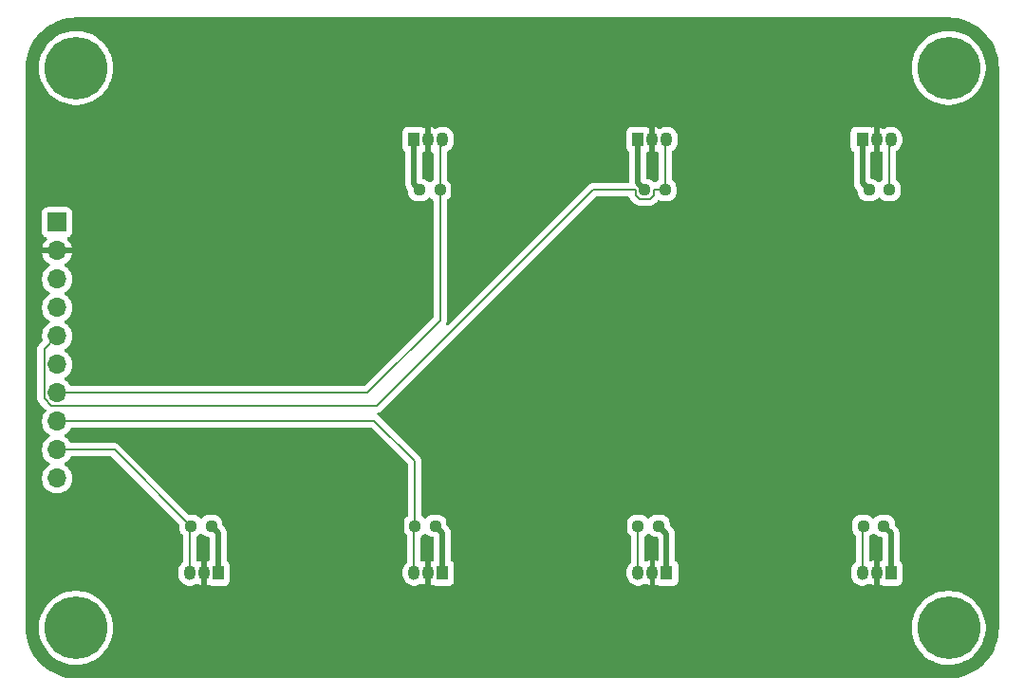
<source format=gbr>
%TF.GenerationSoftware,KiCad,Pcbnew,9.0.0*%
%TF.CreationDate,2025-06-04T23:48:26+02:00*%
%TF.ProjectId,uv_controler,75765f63-6f6e-4747-926f-6c65722e6b69,rev?*%
%TF.SameCoordinates,Original*%
%TF.FileFunction,Copper,L1,Top*%
%TF.FilePolarity,Positive*%
%FSLAX46Y46*%
G04 Gerber Fmt 4.6, Leading zero omitted, Abs format (unit mm)*
G04 Created by KiCad (PCBNEW 9.0.0) date 2025-06-04 23:48:26*
%MOMM*%
%LPD*%
G01*
G04 APERTURE LIST*
G04 Aperture macros list*
%AMRoundRect*
0 Rectangle with rounded corners*
0 $1 Rounding radius*
0 $2 $3 $4 $5 $6 $7 $8 $9 X,Y pos of 4 corners*
0 Add a 4 corners polygon primitive as box body*
4,1,4,$2,$3,$4,$5,$6,$7,$8,$9,$2,$3,0*
0 Add four circle primitives for the rounded corners*
1,1,$1+$1,$2,$3*
1,1,$1+$1,$4,$5*
1,1,$1+$1,$6,$7*
1,1,$1+$1,$8,$9*
0 Add four rect primitives between the rounded corners*
20,1,$1+$1,$2,$3,$4,$5,0*
20,1,$1+$1,$4,$5,$6,$7,0*
20,1,$1+$1,$6,$7,$8,$9,0*
20,1,$1+$1,$8,$9,$2,$3,0*%
G04 Aperture macros list end*
%TA.AperFunction,ComponentPad*%
%ADD10O,1.050000X1.300000*%
%TD*%
%TA.AperFunction,ComponentPad*%
%ADD11R,1.050000X1.300000*%
%TD*%
%TA.AperFunction,SMDPad,CuDef*%
%ADD12RoundRect,0.237500X0.250000X0.237500X-0.250000X0.237500X-0.250000X-0.237500X0.250000X-0.237500X0*%
%TD*%
%TA.AperFunction,ComponentPad*%
%ADD13C,5.600000*%
%TD*%
%TA.AperFunction,ComponentPad*%
%ADD14O,1.700000X1.700000*%
%TD*%
%TA.AperFunction,ComponentPad*%
%ADD15R,1.700000X1.700000*%
%TD*%
%TA.AperFunction,SMDPad,CuDef*%
%ADD16RoundRect,0.237500X-0.250000X-0.237500X0.250000X-0.237500X0.250000X0.237500X-0.250000X0.237500X0*%
%TD*%
%TA.AperFunction,Conductor*%
%ADD17C,0.500000*%
%TD*%
%TA.AperFunction,Conductor*%
%ADD18C,0.200000*%
%TD*%
G04 APERTURE END LIST*
D10*
%TO.P,U8,3,OUTPUT*%
%TO.N,/SPEED_TOGGLE_D*%
X170175534Y-68397500D03*
%TO.P,U8,2,GND*%
%TO.N,GND1*%
X168905534Y-68397500D03*
D11*
%TO.P,U8,1,SUPPLY*%
%TO.N,+5VA*%
X167635534Y-68397500D03*
%TD*%
D12*
%TO.P,R6,2*%
%TO.N,/LIGHTS_TOGGLE_D*%
X167723034Y-102897500D03*
%TO.P,R6,1*%
%TO.N,+5VA*%
X169548034Y-102897500D03*
%TD*%
D13*
%TO.P,REF\u002A\u002A,1*%
%TO.N,N/C*%
X215335534Y-112000000D03*
%TD*%
D14*
%TO.P,J3,10,Pin_10*%
%TO.N,unconnected-(J3-Pin_10-Pad10)*%
X135800000Y-98640000D03*
%TO.P,J3,9,Pin_9*%
%TO.N,/UTIL_D*%
X135800000Y-96100000D03*
%TO.P,J3,8,Pin_8*%
%TO.N,/LIGHTS_TOGGLE_D*%
X135800000Y-93560000D03*
%TO.P,J3,7,Pin_7*%
%TO.N,/SPEED_TOGGLE_D*%
X135800000Y-91020000D03*
%TO.P,J3,6,Pin_6*%
%TO.N,/CAM_DOWN_D*%
X135800000Y-88480000D03*
%TO.P,J3,5,Pin_5*%
%TO.N,/CAM_UP_D*%
X135800000Y-85940000D03*
%TO.P,J3,4,Pin_4*%
%TO.N,/DOWN_D*%
X135800000Y-83400000D03*
%TO.P,J3,3,Pin_3*%
%TO.N,/UP_D*%
X135800000Y-80860000D03*
%TO.P,J3,2,Pin_2*%
%TO.N,GND1*%
X135800000Y-78320000D03*
D15*
%TO.P,J3,1,Pin_1*%
%TO.N,+5VA*%
X135800000Y-75780000D03*
%TD*%
D10*
%TO.P,U3,3,OUTPUT*%
%TO.N,/CAM_UP_D*%
X190175534Y-68397500D03*
%TO.P,U3,2,GND*%
%TO.N,GND1*%
X188905534Y-68397500D03*
D11*
%TO.P,U3,1,SUPPLY*%
%TO.N,+5VA*%
X187635534Y-68397500D03*
%TD*%
D10*
%TO.P,U5,3,OUTPUT*%
%TO.N,/UP_D*%
X210175534Y-68397500D03*
%TO.P,U5,2,GND*%
%TO.N,GND1*%
X208905534Y-68397500D03*
D11*
%TO.P,U5,1,SUPPLY*%
%TO.N,+5VA*%
X207635534Y-68397500D03*
%TD*%
D10*
%TO.P,U4,3,OUTPUT*%
%TO.N,/CAM_DOWN_D*%
X187645534Y-107097500D03*
%TO.P,U4,2,GND*%
%TO.N,GND1*%
X188915534Y-107097500D03*
D11*
%TO.P,U4,1,SUPPLY*%
%TO.N,+5VA*%
X190185534Y-107097500D03*
%TD*%
D12*
%TO.P,R5,2*%
%TO.N,/UTIL_D*%
X147723034Y-102897500D03*
%TO.P,R5,1*%
%TO.N,+5VA*%
X149548034Y-102897500D03*
%TD*%
D16*
%TO.P,R4,2*%
%TO.N,/UP_D*%
X210048034Y-72897500D03*
%TO.P,R4,1*%
%TO.N,+5VA*%
X208223034Y-72897500D03*
%TD*%
D13*
%TO.P,REF\u002A\u002A,1*%
%TO.N,N/C*%
X137485534Y-112000000D03*
%TD*%
D10*
%TO.P,U6,3,OUTPUT*%
%TO.N,/UTIL_D*%
X147645534Y-107097500D03*
%TO.P,U6,2,GND*%
%TO.N,GND1*%
X148915534Y-107097500D03*
D11*
%TO.P,U6,1,SUPPLY*%
%TO.N,+5VA*%
X150185534Y-107097500D03*
%TD*%
D16*
%TO.P,R2,2*%
%TO.N,/CAM_UP_D*%
X190048034Y-72897500D03*
%TO.P,R2,1*%
%TO.N,+5VA*%
X188223034Y-72897500D03*
%TD*%
D10*
%TO.P,U7,3,OUTPUT*%
%TO.N,/LIGHTS_TOGGLE_D*%
X167645534Y-107097500D03*
%TO.P,U7,2,GND*%
%TO.N,GND1*%
X168915534Y-107097500D03*
D11*
%TO.P,U7,1,SUPPLY*%
%TO.N,+5VA*%
X170185534Y-107097500D03*
%TD*%
D12*
%TO.P,R1,2*%
%TO.N,/DOWN_D*%
X207723034Y-102897500D03*
%TO.P,R1,1*%
%TO.N,+5VA*%
X209548034Y-102897500D03*
%TD*%
%TO.P,R3,2*%
%TO.N,/CAM_DOWN_D*%
X187635534Y-102897500D03*
%TO.P,R3,1*%
%TO.N,+5VA*%
X189460534Y-102897500D03*
%TD*%
D13*
%TO.P,REF\u002A\u002A,1*%
%TO.N,N/C*%
X137485534Y-62000000D03*
%TD*%
D16*
%TO.P,R7,2*%
%TO.N,/SPEED_TOGGLE_D*%
X169960534Y-72897500D03*
%TO.P,R7,1*%
%TO.N,+5VA*%
X168135534Y-72897500D03*
%TD*%
D10*
%TO.P,U2,3,OUTPUT*%
%TO.N,/DOWN_D*%
X207645534Y-107097500D03*
%TO.P,U2,2,GND*%
%TO.N,GND1*%
X208915534Y-107097500D03*
D11*
%TO.P,U2,1,SUPPLY*%
%TO.N,+5VA*%
X210185534Y-107097500D03*
%TD*%
D13*
%TO.P,REF\u002A\u002A,1*%
%TO.N,N/C*%
X215335534Y-62000000D03*
%TD*%
D17*
%TO.N,+5VA*%
X170185534Y-107097500D02*
X170185534Y-103535000D01*
X210185534Y-103535000D02*
X209548034Y-102897500D01*
D18*
%TO.N,/UTIL_D*%
X147723034Y-102897500D02*
X140925534Y-96100000D01*
D17*
%TO.N,+5VA*%
X187635534Y-72310000D02*
X188223034Y-72897500D01*
X167635534Y-68397500D02*
X167635534Y-72397500D01*
D18*
%TO.N,/DOWN_D*%
X207645534Y-107097500D02*
X207645534Y-102975000D01*
%TO.N,/UTIL_D*%
X147645534Y-102975000D02*
X147723034Y-102897500D01*
D17*
%TO.N,+5VA*%
X190185534Y-103622500D02*
X189460534Y-102897500D01*
X187635534Y-68397500D02*
X187635534Y-72310000D01*
X210185534Y-107097500D02*
X210185534Y-103535000D01*
X167635534Y-72397500D02*
X168135534Y-72897500D01*
X170185534Y-103535000D02*
X169548034Y-102897500D01*
X207635534Y-68397500D02*
X207635534Y-72310000D01*
D18*
%TO.N,/DOWN_D*%
X207645534Y-102975000D02*
X207723034Y-102897500D01*
D17*
%TO.N,+5VA*%
X150185534Y-107097500D02*
X150185534Y-103535000D01*
X190185534Y-107097500D02*
X190185534Y-103622500D01*
D18*
%TO.N,/UTIL_D*%
X140925534Y-96100000D02*
X135800000Y-96100000D01*
X147645534Y-107097500D02*
X147645534Y-102975000D01*
D17*
%TO.N,+5VA*%
X150185534Y-103535000D02*
X149548034Y-102897500D01*
D18*
%TO.N,/CAM_UP_D*%
X187434534Y-72897500D02*
X183602500Y-72897500D01*
%TO.N,/LIGHTS_TOGGLE_D*%
X167723034Y-97123034D02*
X164100000Y-93500000D01*
%TO.N,/CAM_UP_D*%
X189011534Y-73364634D02*
X188702668Y-73673500D01*
X164329000Y-92171000D02*
X135323240Y-92171000D01*
X183602500Y-72897500D02*
X164329000Y-92171000D01*
X188702668Y-73673500D02*
X187743400Y-73673500D01*
X135323240Y-92171000D02*
X134649000Y-91496760D01*
%TO.N,/CAM_DOWN_D*%
X187635534Y-102897500D02*
X187635534Y-107087500D01*
X187635534Y-107087500D02*
X187645534Y-107097500D01*
%TO.N,/SPEED_TOGGLE_D*%
X169960534Y-72897500D02*
X169960534Y-84539466D01*
%TO.N,/LIGHTS_TOGGLE_D*%
X164100000Y-93500000D02*
X135860000Y-93500000D01*
%TO.N,/CAM_UP_D*%
X190048034Y-72897500D02*
X189011534Y-72897500D01*
X134649000Y-87091000D02*
X135800000Y-85940000D01*
%TO.N,/UP_D*%
X210048034Y-72897500D02*
X210048034Y-68525000D01*
%TO.N,/CAM_UP_D*%
X187743400Y-73673500D02*
X187434534Y-73364634D01*
%TO.N,/SPEED_TOGGLE_D*%
X169960534Y-68612500D02*
X170175534Y-68397500D01*
%TO.N,/CAM_UP_D*%
X187434534Y-73364634D02*
X187434534Y-72897500D01*
D17*
%TO.N,+5VA*%
X207635534Y-72310000D02*
X208223034Y-72897500D01*
D18*
%TO.N,/LIGHTS_TOGGLE_D*%
X167723034Y-102897500D02*
X167723034Y-97123034D01*
%TO.N,/CAM_UP_D*%
X190048034Y-68525000D02*
X190175534Y-68397500D01*
X189011534Y-72897500D02*
X189011534Y-73364634D01*
X134649000Y-91496760D02*
X134649000Y-87091000D01*
%TO.N,/SPEED_TOGGLE_D*%
X169960534Y-72897500D02*
X169960534Y-68612500D01*
X169960534Y-84539466D02*
X163480000Y-91020000D01*
X163480000Y-91020000D02*
X135800000Y-91020000D01*
%TO.N,/CAM_UP_D*%
X190048034Y-72897500D02*
X190048034Y-68525000D01*
%TO.N,/LIGHTS_TOGGLE_D*%
X167645534Y-107097500D02*
X167645534Y-102975000D01*
X135860000Y-93500000D02*
X135800000Y-93560000D01*
%TO.N,/UP_D*%
X210048034Y-68525000D02*
X210175534Y-68397500D01*
%TO.N,/LIGHTS_TOGGLE_D*%
X167645534Y-102975000D02*
X167723034Y-102897500D01*
%TD*%
%TA.AperFunction,Conductor*%
%TO.N,GND1*%
G36*
X148678868Y-103575370D02*
G01*
X148723215Y-103603871D01*
X148837184Y-103717840D01*
X148984018Y-103808408D01*
X149147781Y-103862674D01*
X149248857Y-103873000D01*
X149311034Y-103872999D01*
X149378072Y-103892683D01*
X149423828Y-103945486D01*
X149435034Y-103996999D01*
X149435034Y-105892652D01*
X149415349Y-105959691D01*
X149362545Y-106005446D01*
X149293387Y-106015390D01*
X149263582Y-106007213D01*
X149214518Y-105986890D01*
X149214511Y-105986888D01*
X149165534Y-105977145D01*
X149165534Y-106341829D01*
X149164823Y-106355084D01*
X149160034Y-106399627D01*
X149160034Y-106811670D01*
X149145789Y-106797425D01*
X149060279Y-106748056D01*
X148964904Y-106722500D01*
X148866164Y-106722500D01*
X148770789Y-106748056D01*
X148685279Y-106797425D01*
X148665534Y-106817170D01*
X148665534Y-105977146D01*
X148665533Y-105977145D01*
X148616556Y-105986888D01*
X148616549Y-105986890D01*
X148430012Y-106064156D01*
X148428480Y-106064975D01*
X148427586Y-106065161D01*
X148424385Y-106066487D01*
X148424133Y-106065879D01*
X148360076Y-106079213D01*
X148294834Y-106054208D01*
X148253467Y-105997900D01*
X148246034Y-105955613D01*
X148246034Y-103902913D01*
X148265719Y-103835874D01*
X148304936Y-103797375D01*
X148433884Y-103717840D01*
X148547853Y-103603871D01*
X148609176Y-103570386D01*
X148678868Y-103575370D01*
G37*
%TD.AperFunction*%
%TA.AperFunction,Conductor*%
G36*
X168678868Y-103575370D02*
G01*
X168723215Y-103603871D01*
X168837184Y-103717840D01*
X168984018Y-103808408D01*
X169147781Y-103862674D01*
X169248857Y-103873000D01*
X169311034Y-103872999D01*
X169378072Y-103892683D01*
X169423828Y-103945486D01*
X169435034Y-103996999D01*
X169435034Y-105892652D01*
X169415349Y-105959691D01*
X169362545Y-106005446D01*
X169293387Y-106015390D01*
X169263582Y-106007213D01*
X169214518Y-105986890D01*
X169214511Y-105986888D01*
X169165534Y-105977145D01*
X169165534Y-106341829D01*
X169164823Y-106355084D01*
X169160034Y-106399627D01*
X169160034Y-106811670D01*
X169145789Y-106797425D01*
X169060279Y-106748056D01*
X168964904Y-106722500D01*
X168866164Y-106722500D01*
X168770789Y-106748056D01*
X168685279Y-106797425D01*
X168665534Y-106817170D01*
X168665534Y-105977146D01*
X168665533Y-105977145D01*
X168616556Y-105986888D01*
X168616549Y-105986890D01*
X168430012Y-106064156D01*
X168428480Y-106064975D01*
X168427586Y-106065161D01*
X168424385Y-106066487D01*
X168424133Y-106065879D01*
X168360076Y-106079213D01*
X168294834Y-106054208D01*
X168253467Y-105997900D01*
X168246034Y-105955613D01*
X168246034Y-103902913D01*
X168265719Y-103835874D01*
X168304936Y-103797375D01*
X168433884Y-103717840D01*
X168547853Y-103603871D01*
X168609176Y-103570386D01*
X168678868Y-103575370D01*
G37*
%TD.AperFunction*%
%TA.AperFunction,Conductor*%
G36*
X169155534Y-69517852D02*
G01*
X169210491Y-69506922D01*
X169210980Y-69509384D01*
X169269835Y-69508824D01*
X169328970Y-69546037D01*
X169358598Y-69609314D01*
X169360034Y-69628128D01*
X169360034Y-71939888D01*
X169340349Y-72006927D01*
X169317423Y-72033439D01*
X169309765Y-72040101D01*
X169249684Y-72077160D01*
X169132669Y-72194174D01*
X169129423Y-72196999D01*
X169101426Y-72209851D01*
X169074392Y-72224614D01*
X169069961Y-72224297D01*
X169065926Y-72226150D01*
X169035429Y-72221827D01*
X169004700Y-72219630D01*
X169000392Y-72216861D01*
X168996747Y-72216345D01*
X168988459Y-72209192D01*
X168960353Y-72191129D01*
X168846385Y-72077161D01*
X168846384Y-72077160D01*
X168699550Y-71986592D01*
X168535787Y-71932326D01*
X168535785Y-71932325D01*
X168497430Y-71928407D01*
X168432739Y-71902010D01*
X168392588Y-71844829D01*
X168386034Y-71805049D01*
X168386034Y-69602347D01*
X168405719Y-69535308D01*
X168458523Y-69489553D01*
X168527681Y-69479609D01*
X168557487Y-69487786D01*
X168606551Y-69508109D01*
X168606559Y-69508111D01*
X168655534Y-69517853D01*
X168655534Y-69153171D01*
X168656245Y-69139915D01*
X168661033Y-69095381D01*
X168661034Y-69095373D01*
X168661033Y-68683329D01*
X168675279Y-68697575D01*
X168760789Y-68746944D01*
X168856164Y-68772500D01*
X168954904Y-68772500D01*
X169050279Y-68746944D01*
X169135789Y-68697575D01*
X169155534Y-68677830D01*
X169155534Y-69517852D01*
G37*
%TD.AperFunction*%
%TA.AperFunction,Conductor*%
G36*
X189155534Y-69517852D02*
G01*
X189204508Y-69508112D01*
X189204513Y-69508110D01*
X189276081Y-69478466D01*
X189345550Y-69470997D01*
X189408030Y-69502272D01*
X189443682Y-69562361D01*
X189447534Y-69593027D01*
X189447534Y-71939888D01*
X189427849Y-72006927D01*
X189404923Y-72033439D01*
X189397265Y-72040101D01*
X189337184Y-72077160D01*
X189220169Y-72194174D01*
X189216923Y-72196999D01*
X189188926Y-72209851D01*
X189161892Y-72224614D01*
X189157461Y-72224297D01*
X189153426Y-72226150D01*
X189122929Y-72221827D01*
X189092200Y-72219630D01*
X189087892Y-72216861D01*
X189084247Y-72216345D01*
X189075959Y-72209192D01*
X189047853Y-72191129D01*
X188933885Y-72077161D01*
X188933884Y-72077160D01*
X188787050Y-71986592D01*
X188623287Y-71932326D01*
X188623285Y-71932325D01*
X188522218Y-71922000D01*
X188522211Y-71922000D01*
X188510034Y-71922000D01*
X188442995Y-71902315D01*
X188397240Y-71849511D01*
X188386034Y-71798000D01*
X188386034Y-69602347D01*
X188405719Y-69535308D01*
X188458523Y-69489553D01*
X188527681Y-69479609D01*
X188557487Y-69487786D01*
X188606551Y-69508109D01*
X188606559Y-69508111D01*
X188655534Y-69517853D01*
X188655534Y-69153171D01*
X188656245Y-69139915D01*
X188661033Y-69095381D01*
X188661034Y-69095373D01*
X188661033Y-68683329D01*
X188675279Y-68697575D01*
X188760789Y-68746944D01*
X188856164Y-68772500D01*
X188954904Y-68772500D01*
X189050279Y-68746944D01*
X189135789Y-68697575D01*
X189155534Y-68677830D01*
X189155534Y-69517852D01*
G37*
%TD.AperFunction*%
%TA.AperFunction,Conductor*%
G36*
X188560641Y-103573172D02*
G01*
X188591368Y-103575370D01*
X188595677Y-103578139D01*
X188599321Y-103578656D01*
X188607605Y-103585805D01*
X188635715Y-103603871D01*
X188749684Y-103717840D01*
X188896518Y-103808408D01*
X189060281Y-103862674D01*
X189161357Y-103873000D01*
X189311034Y-103872999D01*
X189378073Y-103892683D01*
X189423828Y-103945487D01*
X189435034Y-103996999D01*
X189435034Y-105892652D01*
X189415349Y-105959691D01*
X189362545Y-106005446D01*
X189293387Y-106015390D01*
X189263582Y-106007213D01*
X189214518Y-105986890D01*
X189214511Y-105986888D01*
X189165534Y-105977145D01*
X189165534Y-106341829D01*
X189164823Y-106355084D01*
X189160034Y-106399627D01*
X189160034Y-106811670D01*
X189145789Y-106797425D01*
X189060279Y-106748056D01*
X188964904Y-106722500D01*
X188866164Y-106722500D01*
X188770789Y-106748056D01*
X188685279Y-106797425D01*
X188665534Y-106817170D01*
X188665534Y-105977146D01*
X188665533Y-105977145D01*
X188616556Y-105986888D01*
X188616549Y-105986890D01*
X188430015Y-106064154D01*
X188430010Y-106064157D01*
X188428917Y-106064888D01*
X188428257Y-106065094D01*
X188424644Y-106067026D01*
X188424277Y-106066340D01*
X188362238Y-106085761D01*
X188294860Y-106067272D01*
X188248173Y-106015289D01*
X188236034Y-105961781D01*
X188236034Y-103855110D01*
X188255719Y-103788071D01*
X188278645Y-103761559D01*
X188286297Y-103754901D01*
X188346384Y-103717840D01*
X188463399Y-103600824D01*
X188466645Y-103598001D01*
X188494644Y-103585146D01*
X188521676Y-103570386D01*
X188526105Y-103570702D01*
X188530143Y-103568849D01*
X188560641Y-103573172D01*
G37*
%TD.AperFunction*%
%TA.AperFunction,Conductor*%
G36*
X208678868Y-103575370D02*
G01*
X208723215Y-103603871D01*
X208837184Y-103717840D01*
X208984018Y-103808408D01*
X209147781Y-103862674D01*
X209248857Y-103873000D01*
X209311034Y-103872999D01*
X209378072Y-103892683D01*
X209423828Y-103945486D01*
X209435034Y-103996999D01*
X209435034Y-105892652D01*
X209415349Y-105959691D01*
X209362545Y-106005446D01*
X209293387Y-106015390D01*
X209263582Y-106007213D01*
X209214518Y-105986890D01*
X209214511Y-105986888D01*
X209165534Y-105977145D01*
X209165534Y-106341829D01*
X209164823Y-106355084D01*
X209160034Y-106399627D01*
X209160034Y-106811670D01*
X209145789Y-106797425D01*
X209060279Y-106748056D01*
X208964904Y-106722500D01*
X208866164Y-106722500D01*
X208770789Y-106748056D01*
X208685279Y-106797425D01*
X208665534Y-106817170D01*
X208665534Y-105977146D01*
X208665533Y-105977145D01*
X208616556Y-105986888D01*
X208616549Y-105986890D01*
X208430012Y-106064156D01*
X208428480Y-106064975D01*
X208427586Y-106065161D01*
X208424385Y-106066487D01*
X208424133Y-106065879D01*
X208360076Y-106079213D01*
X208294834Y-106054208D01*
X208253467Y-105997900D01*
X208246034Y-105955613D01*
X208246034Y-103902913D01*
X208265719Y-103835874D01*
X208304936Y-103797375D01*
X208433884Y-103717840D01*
X208547853Y-103603871D01*
X208609176Y-103570386D01*
X208678868Y-103575370D01*
G37*
%TD.AperFunction*%
%TA.AperFunction,Conductor*%
G36*
X209155534Y-69517852D02*
G01*
X209204508Y-69508112D01*
X209204513Y-69508110D01*
X209276081Y-69478466D01*
X209345550Y-69470997D01*
X209408030Y-69502272D01*
X209443682Y-69562361D01*
X209447534Y-69593027D01*
X209447534Y-71939888D01*
X209427849Y-72006927D01*
X209404923Y-72033439D01*
X209397265Y-72040101D01*
X209337184Y-72077160D01*
X209220169Y-72194174D01*
X209216923Y-72196999D01*
X209188926Y-72209851D01*
X209161892Y-72224614D01*
X209157461Y-72224297D01*
X209153426Y-72226150D01*
X209122929Y-72221827D01*
X209092200Y-72219630D01*
X209087892Y-72216861D01*
X209084247Y-72216345D01*
X209075959Y-72209192D01*
X209047853Y-72191129D01*
X208933885Y-72077161D01*
X208933884Y-72077160D01*
X208787050Y-71986592D01*
X208623287Y-71932326D01*
X208623285Y-71932325D01*
X208522218Y-71922000D01*
X208522211Y-71922000D01*
X208510034Y-71922000D01*
X208442995Y-71902315D01*
X208397240Y-71849511D01*
X208386034Y-71798000D01*
X208386034Y-69602347D01*
X208405719Y-69535308D01*
X208458523Y-69489553D01*
X208527681Y-69479609D01*
X208557487Y-69487786D01*
X208606551Y-69508109D01*
X208606559Y-69508111D01*
X208655534Y-69517853D01*
X208655534Y-69153171D01*
X208656245Y-69139915D01*
X208661033Y-69095381D01*
X208661034Y-69095373D01*
X208661033Y-68683329D01*
X208675279Y-68697575D01*
X208760789Y-68746944D01*
X208856164Y-68772500D01*
X208954904Y-68772500D01*
X209050279Y-68746944D01*
X209135789Y-68697575D01*
X209155534Y-68677830D01*
X209155534Y-69517852D01*
G37*
%TD.AperFunction*%
%TA.AperFunction,Conductor*%
G36*
X215338233Y-57500618D02*
G01*
X215722295Y-57517388D01*
X215733037Y-57518328D01*
X216111497Y-57568156D01*
X216122124Y-57570029D01*
X216494802Y-57652652D01*
X216505240Y-57655449D01*
X216869288Y-57770235D01*
X216879438Y-57773930D01*
X217155332Y-57888211D01*
X217232091Y-57920006D01*
X217241895Y-57924578D01*
X217580474Y-58100833D01*
X217589821Y-58106229D01*
X217874808Y-58287788D01*
X217911751Y-58311324D01*
X217920612Y-58317528D01*
X218223405Y-58549871D01*
X218223442Y-58549899D01*
X218231729Y-58556853D01*
X218513146Y-58814726D01*
X218520795Y-58822375D01*
X218778671Y-59103800D01*
X218785624Y-59112087D01*
X219017982Y-59414904D01*
X219024187Y-59423765D01*
X219229280Y-59745698D01*
X219234688Y-59755066D01*
X219410933Y-60093631D01*
X219415505Y-60103435D01*
X219561576Y-60456082D01*
X219565275Y-60466245D01*
X219603397Y-60587153D01*
X219680057Y-60830285D01*
X219682853Y-60840719D01*
X219689401Y-60870253D01*
X219765472Y-61213391D01*
X219767350Y-61224044D01*
X219817171Y-61602474D01*
X219818114Y-61613250D01*
X219834916Y-61998067D01*
X219835034Y-62003476D01*
X219835034Y-111997293D01*
X219834916Y-112002702D01*
X219818148Y-112386753D01*
X219817205Y-112397529D01*
X219767384Y-112775958D01*
X219765506Y-112786612D01*
X219682887Y-113159279D01*
X219680087Y-113169727D01*
X219565309Y-113533760D01*
X219561609Y-113543926D01*
X219415536Y-113896579D01*
X219410964Y-113906383D01*
X219234718Y-114244950D01*
X219229310Y-114254318D01*
X219024215Y-114576254D01*
X219018010Y-114585115D01*
X218785650Y-114887934D01*
X218778697Y-114896221D01*
X218520819Y-115177648D01*
X218513170Y-115185297D01*
X218231745Y-115443178D01*
X218223464Y-115450126D01*
X218082859Y-115558018D01*
X217920640Y-115682494D01*
X217911779Y-115688698D01*
X217589849Y-115893793D01*
X217580480Y-115899202D01*
X217241913Y-116075449D01*
X217232110Y-116080021D01*
X216879454Y-116226099D01*
X216869288Y-116229799D01*
X216505254Y-116344580D01*
X216494805Y-116347380D01*
X216122143Y-116430000D01*
X216111490Y-116431878D01*
X215733058Y-116481702D01*
X215722282Y-116482645D01*
X215339012Y-116499382D01*
X215333602Y-116499500D01*
X137559031Y-116499500D01*
X137551426Y-116499499D01*
X137551423Y-116499499D01*
X137520961Y-116499499D01*
X137488233Y-116499499D01*
X137488232Y-116499498D01*
X137482827Y-116499381D01*
X137103017Y-116482802D01*
X137098777Y-116482616D01*
X137088002Y-116481674D01*
X136709750Y-116431878D01*
X136709568Y-116431854D01*
X136698915Y-116429976D01*
X136326250Y-116347361D01*
X136315801Y-116344561D01*
X135951763Y-116229781D01*
X135941598Y-116226081D01*
X135612278Y-116089675D01*
X135588954Y-116080014D01*
X135579152Y-116075444D01*
X135240571Y-115899192D01*
X135231202Y-115893783D01*
X135129833Y-115829204D01*
X134909263Y-115688687D01*
X134900415Y-115682490D01*
X134738197Y-115558018D01*
X134597589Y-115450126D01*
X134589302Y-115443173D01*
X134398909Y-115268712D01*
X134307863Y-115185284D01*
X134300220Y-115177640D01*
X134239443Y-115111314D01*
X134042349Y-114896224D01*
X134035397Y-114887939D01*
X133803026Y-114585110D01*
X133796821Y-114576248D01*
X133591726Y-114254314D01*
X133586332Y-114244973D01*
X133410073Y-113906383D01*
X133405501Y-113896579D01*
X133259427Y-113543929D01*
X133255727Y-113533764D01*
X133255726Y-113533760D01*
X133140943Y-113169715D01*
X133138147Y-113159279D01*
X133055526Y-112786604D01*
X133053650Y-112775958D01*
X133041143Y-112680956D01*
X133003826Y-112397508D01*
X133002886Y-112386771D01*
X132986152Y-112003479D01*
X132986034Y-111998071D01*
X132986034Y-111837857D01*
X134185034Y-111837857D01*
X134185034Y-112162143D01*
X134194588Y-112259152D01*
X134216818Y-112484857D01*
X134216821Y-112484874D01*
X134280079Y-112802902D01*
X134280082Y-112802913D01*
X134374220Y-113113247D01*
X134498320Y-113412849D01*
X134498322Y-113412854D01*
X134651180Y-113698830D01*
X134651191Y-113698848D01*
X134831345Y-113968467D01*
X134831355Y-113968481D01*
X135037080Y-114219158D01*
X135266375Y-114448453D01*
X135266380Y-114448457D01*
X135266381Y-114448458D01*
X135517058Y-114654183D01*
X135786692Y-114834347D01*
X135786701Y-114834352D01*
X135786703Y-114834353D01*
X136072679Y-114987211D01*
X136072681Y-114987211D01*
X136072687Y-114987215D01*
X136372288Y-115111314D01*
X136682611Y-115205449D01*
X136682617Y-115205450D01*
X136682620Y-115205451D01*
X136682631Y-115205454D01*
X136882062Y-115245122D01*
X137000666Y-115268714D01*
X137323391Y-115300500D01*
X137323394Y-115300500D01*
X137647674Y-115300500D01*
X137647677Y-115300500D01*
X137970402Y-115268714D01*
X138127829Y-115237399D01*
X138288436Y-115205454D01*
X138288447Y-115205451D01*
X138288447Y-115205450D01*
X138288457Y-115205449D01*
X138598780Y-115111314D01*
X138898381Y-114987215D01*
X139184376Y-114834347D01*
X139454010Y-114654183D01*
X139704687Y-114448458D01*
X139933992Y-114219153D01*
X140139717Y-113968476D01*
X140319881Y-113698842D01*
X140472749Y-113412847D01*
X140596848Y-113113246D01*
X140690983Y-112802923D01*
X140690985Y-112802913D01*
X140690988Y-112802902D01*
X140722933Y-112642295D01*
X140754248Y-112484868D01*
X140786034Y-112162143D01*
X140786034Y-111837857D01*
X212035034Y-111837857D01*
X212035034Y-112162143D01*
X212044588Y-112259152D01*
X212066818Y-112484857D01*
X212066821Y-112484874D01*
X212130079Y-112802902D01*
X212130082Y-112802913D01*
X212224220Y-113113247D01*
X212348320Y-113412849D01*
X212348322Y-113412854D01*
X212501180Y-113698830D01*
X212501191Y-113698848D01*
X212681345Y-113968467D01*
X212681355Y-113968481D01*
X212887080Y-114219158D01*
X213116375Y-114448453D01*
X213116380Y-114448457D01*
X213116381Y-114448458D01*
X213367058Y-114654183D01*
X213636692Y-114834347D01*
X213636701Y-114834352D01*
X213636703Y-114834353D01*
X213922679Y-114987211D01*
X213922681Y-114987211D01*
X213922687Y-114987215D01*
X214222288Y-115111314D01*
X214532611Y-115205449D01*
X214532617Y-115205450D01*
X214532620Y-115205451D01*
X214532631Y-115205454D01*
X214732062Y-115245122D01*
X214850666Y-115268714D01*
X215173391Y-115300500D01*
X215173394Y-115300500D01*
X215497674Y-115300500D01*
X215497677Y-115300500D01*
X215820402Y-115268714D01*
X215977829Y-115237399D01*
X216138436Y-115205454D01*
X216138447Y-115205451D01*
X216138447Y-115205450D01*
X216138457Y-115205449D01*
X216448780Y-115111314D01*
X216748381Y-114987215D01*
X217034376Y-114834347D01*
X217304010Y-114654183D01*
X217554687Y-114448458D01*
X217783992Y-114219153D01*
X217989717Y-113968476D01*
X218169881Y-113698842D01*
X218322749Y-113412847D01*
X218446848Y-113113246D01*
X218540983Y-112802923D01*
X218540985Y-112802913D01*
X218540988Y-112802902D01*
X218572933Y-112642295D01*
X218604248Y-112484868D01*
X218636034Y-112162143D01*
X218636034Y-111837857D01*
X218604248Y-111515132D01*
X218580656Y-111396528D01*
X218540988Y-111197097D01*
X218540985Y-111197086D01*
X218540984Y-111197083D01*
X218540983Y-111197077D01*
X218446848Y-110886754D01*
X218322749Y-110587153D01*
X218169881Y-110301158D01*
X217989717Y-110031524D01*
X217783992Y-109780847D01*
X217783991Y-109780846D01*
X217783987Y-109780841D01*
X217554692Y-109551546D01*
X217304015Y-109345821D01*
X217304014Y-109345820D01*
X217304010Y-109345817D01*
X217034376Y-109165653D01*
X217034371Y-109165650D01*
X217034364Y-109165646D01*
X216748388Y-109012788D01*
X216748383Y-109012786D01*
X216448781Y-108888686D01*
X216138447Y-108794548D01*
X216138436Y-108794545D01*
X215820408Y-108731287D01*
X215820391Y-108731284D01*
X215576346Y-108707248D01*
X215497677Y-108699500D01*
X215173391Y-108699500D01*
X215100633Y-108706666D01*
X214850676Y-108731284D01*
X214850659Y-108731287D01*
X214532631Y-108794545D01*
X214532620Y-108794548D01*
X214222286Y-108888686D01*
X213922684Y-109012786D01*
X213922679Y-109012788D01*
X213636703Y-109165646D01*
X213636685Y-109165657D01*
X213367066Y-109345811D01*
X213367052Y-109345821D01*
X213116375Y-109551546D01*
X212887080Y-109780841D01*
X212681355Y-110031518D01*
X212681345Y-110031532D01*
X212501191Y-110301151D01*
X212501180Y-110301169D01*
X212348322Y-110587145D01*
X212348320Y-110587150D01*
X212224220Y-110886752D01*
X212130082Y-111197086D01*
X212130079Y-111197097D01*
X212066821Y-111515125D01*
X212066818Y-111515142D01*
X212042200Y-111765099D01*
X212035034Y-111837857D01*
X140786034Y-111837857D01*
X140754248Y-111515132D01*
X140730656Y-111396528D01*
X140690988Y-111197097D01*
X140690985Y-111197086D01*
X140690984Y-111197083D01*
X140690983Y-111197077D01*
X140596848Y-110886754D01*
X140472749Y-110587153D01*
X140319881Y-110301158D01*
X140139717Y-110031524D01*
X139933992Y-109780847D01*
X139933991Y-109780846D01*
X139933987Y-109780841D01*
X139704692Y-109551546D01*
X139454015Y-109345821D01*
X139454014Y-109345820D01*
X139454010Y-109345817D01*
X139184376Y-109165653D01*
X139184371Y-109165650D01*
X139184364Y-109165646D01*
X138898388Y-109012788D01*
X138898383Y-109012786D01*
X138598781Y-108888686D01*
X138288447Y-108794548D01*
X138288436Y-108794545D01*
X137970408Y-108731287D01*
X137970391Y-108731284D01*
X137726346Y-108707248D01*
X137647677Y-108699500D01*
X137323391Y-108699500D01*
X137250633Y-108706666D01*
X137000676Y-108731284D01*
X137000659Y-108731287D01*
X136682631Y-108794545D01*
X136682620Y-108794548D01*
X136372286Y-108888686D01*
X136072684Y-109012786D01*
X136072679Y-109012788D01*
X135786703Y-109165646D01*
X135786685Y-109165657D01*
X135517066Y-109345811D01*
X135517052Y-109345821D01*
X135266375Y-109551546D01*
X135037080Y-109780841D01*
X134831355Y-110031518D01*
X134831345Y-110031532D01*
X134651191Y-110301151D01*
X134651180Y-110301169D01*
X134498322Y-110587145D01*
X134498320Y-110587150D01*
X134374220Y-110886752D01*
X134280082Y-111197086D01*
X134280079Y-111197097D01*
X134216821Y-111515125D01*
X134216818Y-111515142D01*
X134192200Y-111765099D01*
X134185034Y-111837857D01*
X132986034Y-111837857D01*
X132986034Y-91575814D01*
X134048498Y-91575814D01*
X134089423Y-91728545D01*
X134118358Y-91778660D01*
X134118359Y-91778664D01*
X134118360Y-91778664D01*
X134168479Y-91865474D01*
X134168481Y-91865477D01*
X134287349Y-91984345D01*
X134287355Y-91984350D01*
X134788873Y-92485868D01*
X134822358Y-92547191D01*
X134817374Y-92616883D01*
X134788875Y-92661228D01*
X134769890Y-92680213D01*
X134644951Y-92852179D01*
X134548444Y-93041585D01*
X134482753Y-93243760D01*
X134449500Y-93453713D01*
X134449500Y-93666286D01*
X134482753Y-93876239D01*
X134548444Y-94078414D01*
X134644951Y-94267820D01*
X134769890Y-94439786D01*
X134920213Y-94590109D01*
X135092182Y-94715050D01*
X135100946Y-94719516D01*
X135151742Y-94767491D01*
X135168536Y-94835312D01*
X135145998Y-94901447D01*
X135100946Y-94940484D01*
X135092182Y-94944949D01*
X134920213Y-95069890D01*
X134769890Y-95220213D01*
X134644951Y-95392179D01*
X134548444Y-95581585D01*
X134482753Y-95783760D01*
X134449500Y-95993713D01*
X134449500Y-96206286D01*
X134482753Y-96416239D01*
X134548444Y-96618414D01*
X134644951Y-96807820D01*
X134769890Y-96979786D01*
X134920213Y-97130109D01*
X135092182Y-97255050D01*
X135100946Y-97259516D01*
X135151742Y-97307491D01*
X135168536Y-97375312D01*
X135145998Y-97441447D01*
X135100946Y-97480484D01*
X135092182Y-97484949D01*
X134920213Y-97609890D01*
X134769890Y-97760213D01*
X134644951Y-97932179D01*
X134548444Y-98121585D01*
X134482753Y-98323760D01*
X134449500Y-98533713D01*
X134449500Y-98746286D01*
X134482753Y-98956239D01*
X134548444Y-99158414D01*
X134644951Y-99347820D01*
X134769890Y-99519786D01*
X134920213Y-99670109D01*
X135092179Y-99795048D01*
X135092181Y-99795049D01*
X135092184Y-99795051D01*
X135281588Y-99891557D01*
X135483757Y-99957246D01*
X135693713Y-99990500D01*
X135693714Y-99990500D01*
X135906286Y-99990500D01*
X135906287Y-99990500D01*
X136116243Y-99957246D01*
X136318412Y-99891557D01*
X136507816Y-99795051D01*
X136529789Y-99779086D01*
X136679786Y-99670109D01*
X136679788Y-99670106D01*
X136679792Y-99670104D01*
X136830104Y-99519792D01*
X136830106Y-99519788D01*
X136830109Y-99519786D01*
X136955048Y-99347820D01*
X136955047Y-99347820D01*
X136955051Y-99347816D01*
X137051557Y-99158412D01*
X137117246Y-98956243D01*
X137150500Y-98746287D01*
X137150500Y-98533713D01*
X137117246Y-98323757D01*
X137051557Y-98121588D01*
X136955051Y-97932184D01*
X136955049Y-97932181D01*
X136955048Y-97932179D01*
X136830109Y-97760213D01*
X136679786Y-97609890D01*
X136507820Y-97484951D01*
X136507115Y-97484591D01*
X136499054Y-97480485D01*
X136448259Y-97432512D01*
X136431463Y-97364692D01*
X136453999Y-97298556D01*
X136499054Y-97259515D01*
X136507816Y-97255051D01*
X136580710Y-97202091D01*
X136679786Y-97130109D01*
X136679788Y-97130106D01*
X136679792Y-97130104D01*
X136830104Y-96979792D01*
X136830106Y-96979788D01*
X136830109Y-96979786D01*
X136894434Y-96891249D01*
X136955051Y-96807816D01*
X136955349Y-96807230D01*
X136975235Y-96768205D01*
X137023209Y-96717409D01*
X137085719Y-96700500D01*
X140625437Y-96700500D01*
X140692476Y-96720185D01*
X140713118Y-96736819D01*
X146698715Y-102722417D01*
X146732200Y-102783740D01*
X146735034Y-102810098D01*
X146735034Y-103184169D01*
X146735035Y-103184187D01*
X146745359Y-103285252D01*
X146799626Y-103449015D01*
X146799627Y-103449018D01*
X146833929Y-103504629D01*
X146883998Y-103585805D01*
X146890195Y-103595851D01*
X147008715Y-103714371D01*
X147042200Y-103775694D01*
X147045034Y-103802052D01*
X147045034Y-106074103D01*
X147025349Y-106141142D01*
X146995813Y-106171211D01*
X146996524Y-106172078D01*
X146991812Y-106175944D01*
X146848975Y-106318781D01*
X146736751Y-106486737D01*
X146736746Y-106486747D01*
X146659443Y-106673372D01*
X146659441Y-106673380D01*
X146620034Y-106871492D01*
X146620034Y-107323507D01*
X146659441Y-107521619D01*
X146659443Y-107521627D01*
X146736746Y-107708252D01*
X146736751Y-107708262D01*
X146848975Y-107876218D01*
X146991815Y-108019058D01*
X147159771Y-108131282D01*
X147159775Y-108131284D01*
X147159778Y-108131286D01*
X147346407Y-108208591D01*
X147512311Y-108241591D01*
X147544526Y-108247999D01*
X147544530Y-108248000D01*
X147544531Y-108248000D01*
X147746538Y-108248000D01*
X147746539Y-108247999D01*
X147944661Y-108208591D01*
X148131290Y-108131286D01*
X148212096Y-108077292D01*
X148278768Y-108056417D01*
X148346148Y-108074901D01*
X148349874Y-108077295D01*
X148430013Y-108130843D01*
X148430020Y-108130847D01*
X148616550Y-108208109D01*
X148616559Y-108208112D01*
X148665534Y-108217853D01*
X148665534Y-107377830D01*
X148685279Y-107397575D01*
X148770789Y-107446944D01*
X148866164Y-107472500D01*
X148964904Y-107472500D01*
X149060279Y-107446944D01*
X149145789Y-107397575D01*
X149160035Y-107383329D01*
X149160035Y-107795374D01*
X149164824Y-107839921D01*
X149165534Y-107853175D01*
X149165534Y-108217852D01*
X149214508Y-108208111D01*
X149214512Y-108208110D01*
X149294867Y-108174826D01*
X149364336Y-108167357D01*
X149410259Y-108187345D01*
X149410422Y-108187047D01*
X149413754Y-108188866D01*
X149416629Y-108190118D01*
X149418202Y-108191295D01*
X149418204Y-108191297D01*
X149553051Y-108241591D01*
X149553050Y-108241591D01*
X149559978Y-108242335D01*
X149612661Y-108248000D01*
X150758406Y-108247999D01*
X150818017Y-108241591D01*
X150952865Y-108191296D01*
X151068080Y-108105046D01*
X151154330Y-107989831D01*
X151204625Y-107854983D01*
X151211034Y-107795373D01*
X151211033Y-106399628D01*
X151204625Y-106340017D01*
X151196704Y-106318781D01*
X151154331Y-106205171D01*
X151154327Y-106205164D01*
X151068081Y-106089955D01*
X150985722Y-106028300D01*
X150943852Y-105972366D01*
X150936034Y-105929034D01*
X150936034Y-103461079D01*
X150907193Y-103316092D01*
X150907192Y-103316091D01*
X150907192Y-103316087D01*
X150886863Y-103267009D01*
X150850621Y-103179511D01*
X150850614Y-103179498D01*
X150768486Y-103056585D01*
X150768485Y-103056584D01*
X150663950Y-102952049D01*
X150572351Y-102860450D01*
X150538867Y-102799128D01*
X150538867Y-102799127D01*
X150536033Y-102772770D01*
X150536033Y-102610830D01*
X150536032Y-102610813D01*
X150525708Y-102509747D01*
X150471442Y-102345984D01*
X150380874Y-102199150D01*
X150258884Y-102077160D01*
X150112050Y-101986592D01*
X149948287Y-101932326D01*
X149948285Y-101932325D01*
X149847212Y-101922000D01*
X149248864Y-101922000D01*
X149248846Y-101922001D01*
X149147781Y-101932325D01*
X148984018Y-101986592D01*
X148984015Y-101986593D01*
X148837182Y-102077161D01*
X148723215Y-102191129D01*
X148661892Y-102224614D01*
X148592200Y-102219630D01*
X148547853Y-102191129D01*
X148433885Y-102077161D01*
X148433884Y-102077160D01*
X148287050Y-101986592D01*
X148123287Y-101932326D01*
X148123285Y-101932325D01*
X148022218Y-101922000D01*
X148022211Y-101922000D01*
X147648132Y-101922000D01*
X147581093Y-101902315D01*
X147560451Y-101885681D01*
X141413124Y-95738355D01*
X141413122Y-95738352D01*
X141294251Y-95619481D01*
X141294250Y-95619480D01*
X141207438Y-95569360D01*
X141207438Y-95569359D01*
X141207434Y-95569358D01*
X141157319Y-95540423D01*
X141004591Y-95499499D01*
X140846477Y-95499499D01*
X140838881Y-95499499D01*
X140838865Y-95499500D01*
X137085719Y-95499500D01*
X137018680Y-95479815D01*
X136975235Y-95431795D01*
X136955052Y-95392185D01*
X136955051Y-95392184D01*
X136830109Y-95220213D01*
X136679786Y-95069890D01*
X136507820Y-94944951D01*
X136507115Y-94944591D01*
X136499054Y-94940485D01*
X136448259Y-94892512D01*
X136431463Y-94824692D01*
X136453999Y-94758556D01*
X136499054Y-94719515D01*
X136507816Y-94715051D01*
X136529789Y-94699086D01*
X136679786Y-94590109D01*
X136679788Y-94590106D01*
X136679792Y-94590104D01*
X136830104Y-94439792D01*
X136830106Y-94439788D01*
X136830109Y-94439786D01*
X136955048Y-94267820D01*
X136955047Y-94267820D01*
X136955051Y-94267816D01*
X137005806Y-94168203D01*
X137053779Y-94117409D01*
X137116290Y-94100500D01*
X163799903Y-94100500D01*
X163866942Y-94120185D01*
X163887584Y-94136819D01*
X167086215Y-97335450D01*
X167119700Y-97396773D01*
X167122534Y-97423131D01*
X167122534Y-101939888D01*
X167102849Y-102006927D01*
X167063632Y-102045426D01*
X167012184Y-102077159D01*
X166890195Y-102199148D01*
X166799627Y-102345981D01*
X166799626Y-102345984D01*
X166745360Y-102509747D01*
X166745360Y-102509748D01*
X166745359Y-102509748D01*
X166735034Y-102610815D01*
X166735034Y-103184169D01*
X166735035Y-103184187D01*
X166745359Y-103285252D01*
X166799626Y-103449015D01*
X166799627Y-103449018D01*
X166833929Y-103504629D01*
X166883998Y-103585805D01*
X166890195Y-103595851D01*
X167008715Y-103714371D01*
X167042200Y-103775694D01*
X167045034Y-103802052D01*
X167045034Y-106074103D01*
X167025349Y-106141142D01*
X166995813Y-106171211D01*
X166996524Y-106172078D01*
X166991812Y-106175944D01*
X166848975Y-106318781D01*
X166736751Y-106486737D01*
X166736746Y-106486747D01*
X166659443Y-106673372D01*
X166659441Y-106673380D01*
X166620034Y-106871492D01*
X166620034Y-107323507D01*
X166659441Y-107521619D01*
X166659443Y-107521627D01*
X166736746Y-107708252D01*
X166736751Y-107708262D01*
X166848975Y-107876218D01*
X166991815Y-108019058D01*
X167159771Y-108131282D01*
X167159775Y-108131284D01*
X167159778Y-108131286D01*
X167346407Y-108208591D01*
X167512311Y-108241591D01*
X167544526Y-108247999D01*
X167544530Y-108248000D01*
X167544531Y-108248000D01*
X167746538Y-108248000D01*
X167746539Y-108247999D01*
X167944661Y-108208591D01*
X168131290Y-108131286D01*
X168212096Y-108077292D01*
X168278768Y-108056417D01*
X168346148Y-108074901D01*
X168349874Y-108077295D01*
X168430013Y-108130843D01*
X168430020Y-108130847D01*
X168616550Y-108208109D01*
X168616559Y-108208112D01*
X168665534Y-108217853D01*
X168665534Y-107377830D01*
X168685279Y-107397575D01*
X168770789Y-107446944D01*
X168866164Y-107472500D01*
X168964904Y-107472500D01*
X169060279Y-107446944D01*
X169145789Y-107397575D01*
X169160035Y-107383329D01*
X169160035Y-107795374D01*
X169164824Y-107839921D01*
X169165534Y-107853175D01*
X169165534Y-108217852D01*
X169214508Y-108208111D01*
X169214512Y-108208110D01*
X169294867Y-108174826D01*
X169364336Y-108167357D01*
X169410259Y-108187345D01*
X169410422Y-108187047D01*
X169413754Y-108188866D01*
X169416629Y-108190118D01*
X169418202Y-108191295D01*
X169418204Y-108191297D01*
X169553051Y-108241591D01*
X169553050Y-108241591D01*
X169559978Y-108242335D01*
X169612661Y-108248000D01*
X170758406Y-108247999D01*
X170818017Y-108241591D01*
X170952865Y-108191296D01*
X171068080Y-108105046D01*
X171154330Y-107989831D01*
X171204625Y-107854983D01*
X171211034Y-107795373D01*
X171211033Y-106871492D01*
X186620034Y-106871492D01*
X186620034Y-107323507D01*
X186659441Y-107521619D01*
X186659443Y-107521627D01*
X186736746Y-107708252D01*
X186736751Y-107708262D01*
X186848975Y-107876218D01*
X186991815Y-108019058D01*
X187159771Y-108131282D01*
X187159775Y-108131284D01*
X187159778Y-108131286D01*
X187346407Y-108208591D01*
X187512311Y-108241591D01*
X187544526Y-108247999D01*
X187544530Y-108248000D01*
X187544531Y-108248000D01*
X187746538Y-108248000D01*
X187746539Y-108247999D01*
X187944661Y-108208591D01*
X188131290Y-108131286D01*
X188212096Y-108077292D01*
X188278768Y-108056417D01*
X188346148Y-108074901D01*
X188349874Y-108077295D01*
X188430013Y-108130843D01*
X188430020Y-108130847D01*
X188616550Y-108208109D01*
X188616559Y-108208112D01*
X188665534Y-108217853D01*
X188665534Y-107377830D01*
X188685279Y-107397575D01*
X188770789Y-107446944D01*
X188866164Y-107472500D01*
X188964904Y-107472500D01*
X189060279Y-107446944D01*
X189145789Y-107397575D01*
X189160035Y-107383329D01*
X189160035Y-107795374D01*
X189164824Y-107839921D01*
X189165534Y-107853175D01*
X189165534Y-108217852D01*
X189214508Y-108208111D01*
X189214512Y-108208110D01*
X189294867Y-108174826D01*
X189364336Y-108167357D01*
X189410259Y-108187345D01*
X189410422Y-108187047D01*
X189413754Y-108188866D01*
X189416629Y-108190118D01*
X189418202Y-108191295D01*
X189418204Y-108191297D01*
X189553051Y-108241591D01*
X189553050Y-108241591D01*
X189559978Y-108242335D01*
X189612661Y-108248000D01*
X190758406Y-108247999D01*
X190818017Y-108241591D01*
X190952865Y-108191296D01*
X191068080Y-108105046D01*
X191154330Y-107989831D01*
X191204625Y-107854983D01*
X191211034Y-107795373D01*
X191211033Y-106871492D01*
X206620034Y-106871492D01*
X206620034Y-107323507D01*
X206659441Y-107521619D01*
X206659443Y-107521627D01*
X206736746Y-107708252D01*
X206736751Y-107708262D01*
X206848975Y-107876218D01*
X206991815Y-108019058D01*
X207159771Y-108131282D01*
X207159775Y-108131284D01*
X207159778Y-108131286D01*
X207346407Y-108208591D01*
X207512311Y-108241591D01*
X207544526Y-108247999D01*
X207544530Y-108248000D01*
X207544531Y-108248000D01*
X207746538Y-108248000D01*
X207746539Y-108247999D01*
X207944661Y-108208591D01*
X208131290Y-108131286D01*
X208212096Y-108077292D01*
X208278768Y-108056417D01*
X208346148Y-108074901D01*
X208349874Y-108077295D01*
X208430013Y-108130843D01*
X208430020Y-108130847D01*
X208616550Y-108208109D01*
X208616559Y-108208112D01*
X208665534Y-108217853D01*
X208665534Y-107377830D01*
X208685279Y-107397575D01*
X208770789Y-107446944D01*
X208866164Y-107472500D01*
X208964904Y-107472500D01*
X209060279Y-107446944D01*
X209145789Y-107397575D01*
X209160035Y-107383329D01*
X209160035Y-107795374D01*
X209164824Y-107839921D01*
X209165534Y-107853175D01*
X209165534Y-108217852D01*
X209214508Y-108208111D01*
X209214512Y-108208110D01*
X209294867Y-108174826D01*
X209364336Y-108167357D01*
X209410259Y-108187345D01*
X209410422Y-108187047D01*
X209413754Y-108188866D01*
X209416629Y-108190118D01*
X209418202Y-108191295D01*
X209418204Y-108191297D01*
X209553051Y-108241591D01*
X209553050Y-108241591D01*
X209559978Y-108242335D01*
X209612661Y-108248000D01*
X210758406Y-108247999D01*
X210818017Y-108241591D01*
X210952865Y-108191296D01*
X211068080Y-108105046D01*
X211154330Y-107989831D01*
X211204625Y-107854983D01*
X211211034Y-107795373D01*
X211211033Y-106399628D01*
X211204625Y-106340017D01*
X211196704Y-106318781D01*
X211154331Y-106205171D01*
X211154327Y-106205164D01*
X211068081Y-106089955D01*
X210985722Y-106028300D01*
X210943852Y-105972366D01*
X210936034Y-105929034D01*
X210936034Y-103461079D01*
X210907193Y-103316092D01*
X210907192Y-103316091D01*
X210907192Y-103316087D01*
X210886863Y-103267009D01*
X210850621Y-103179511D01*
X210850614Y-103179498D01*
X210768486Y-103056585D01*
X210768485Y-103056584D01*
X210663950Y-102952049D01*
X210572351Y-102860450D01*
X210538867Y-102799128D01*
X210538867Y-102799127D01*
X210536033Y-102772770D01*
X210536033Y-102610830D01*
X210536032Y-102610813D01*
X210525708Y-102509747D01*
X210471442Y-102345984D01*
X210380874Y-102199150D01*
X210258884Y-102077160D01*
X210112050Y-101986592D01*
X209948287Y-101932326D01*
X209948285Y-101932325D01*
X209847212Y-101922000D01*
X209248864Y-101922000D01*
X209248846Y-101922001D01*
X209147781Y-101932325D01*
X208984018Y-101986592D01*
X208984015Y-101986593D01*
X208837182Y-102077161D01*
X208723215Y-102191129D01*
X208661892Y-102224614D01*
X208592200Y-102219630D01*
X208547853Y-102191129D01*
X208433885Y-102077161D01*
X208433884Y-102077160D01*
X208287050Y-101986592D01*
X208123287Y-101932326D01*
X208123285Y-101932325D01*
X208022212Y-101922000D01*
X207423864Y-101922000D01*
X207423846Y-101922001D01*
X207322781Y-101932325D01*
X207159018Y-101986592D01*
X207159015Y-101986593D01*
X207012182Y-102077161D01*
X206890195Y-102199148D01*
X206799627Y-102345981D01*
X206799626Y-102345984D01*
X206745360Y-102509747D01*
X206745360Y-102509748D01*
X206745359Y-102509748D01*
X206735034Y-102610815D01*
X206735034Y-103184169D01*
X206735035Y-103184187D01*
X206745359Y-103285252D01*
X206799626Y-103449015D01*
X206799627Y-103449018D01*
X206833929Y-103504629D01*
X206883998Y-103585805D01*
X206890195Y-103595851D01*
X207008715Y-103714371D01*
X207042200Y-103775694D01*
X207045034Y-103802052D01*
X207045034Y-106074103D01*
X207025349Y-106141142D01*
X206995813Y-106171211D01*
X206996524Y-106172078D01*
X206991812Y-106175944D01*
X206848975Y-106318781D01*
X206736751Y-106486737D01*
X206736746Y-106486747D01*
X206659443Y-106673372D01*
X206659441Y-106673380D01*
X206620034Y-106871492D01*
X191211033Y-106871492D01*
X191211033Y-106399628D01*
X191204625Y-106340017D01*
X191196704Y-106318781D01*
X191154331Y-106205171D01*
X191154327Y-106205164D01*
X191068081Y-106089955D01*
X190985722Y-106028300D01*
X190943852Y-105972366D01*
X190936034Y-105929034D01*
X190936034Y-103548579D01*
X190907193Y-103403592D01*
X190907192Y-103403591D01*
X190907192Y-103403587D01*
X190907190Y-103403582D01*
X190850620Y-103267009D01*
X190850619Y-103267007D01*
X190817720Y-103217770D01*
X190817719Y-103217768D01*
X190768490Y-103144089D01*
X190768486Y-103144084D01*
X190484852Y-102860450D01*
X190451367Y-102799127D01*
X190448533Y-102772769D01*
X190448533Y-102610830D01*
X190448532Y-102610813D01*
X190438208Y-102509747D01*
X190383942Y-102345984D01*
X190293374Y-102199150D01*
X190171384Y-102077160D01*
X190024550Y-101986592D01*
X189860787Y-101932326D01*
X189860785Y-101932325D01*
X189759712Y-101922000D01*
X189161364Y-101922000D01*
X189161346Y-101922001D01*
X189060281Y-101932325D01*
X188896518Y-101986592D01*
X188896515Y-101986593D01*
X188749682Y-102077161D01*
X188635715Y-102191129D01*
X188574392Y-102224614D01*
X188504700Y-102219630D01*
X188460353Y-102191129D01*
X188346385Y-102077161D01*
X188346384Y-102077160D01*
X188199550Y-101986592D01*
X188035787Y-101932326D01*
X188035785Y-101932325D01*
X187934712Y-101922000D01*
X187336364Y-101922000D01*
X187336346Y-101922001D01*
X187235281Y-101932325D01*
X187071518Y-101986592D01*
X187071515Y-101986593D01*
X186924682Y-102077161D01*
X186802695Y-102199148D01*
X186712127Y-102345981D01*
X186712126Y-102345984D01*
X186657860Y-102509747D01*
X186657860Y-102509748D01*
X186657859Y-102509748D01*
X186647534Y-102610815D01*
X186647534Y-103184169D01*
X186647535Y-103184187D01*
X186657859Y-103285252D01*
X186712126Y-103449015D01*
X186712127Y-103449018D01*
X186746429Y-103504629D01*
X186802694Y-103595850D01*
X186924684Y-103717840D01*
X186976131Y-103749572D01*
X187022855Y-103801517D01*
X187035034Y-103855110D01*
X187035034Y-106081825D01*
X187015349Y-106148864D01*
X186995572Y-106171083D01*
X186996123Y-106171634D01*
X186848978Y-106318778D01*
X186848975Y-106318781D01*
X186736751Y-106486737D01*
X186736746Y-106486747D01*
X186659443Y-106673372D01*
X186659441Y-106673380D01*
X186620034Y-106871492D01*
X171211033Y-106871492D01*
X171211033Y-106399628D01*
X171204625Y-106340017D01*
X171196704Y-106318781D01*
X171154331Y-106205171D01*
X171154327Y-106205164D01*
X171068081Y-106089955D01*
X170985722Y-106028300D01*
X170943852Y-105972366D01*
X170936034Y-105929034D01*
X170936034Y-103461079D01*
X170907193Y-103316092D01*
X170907192Y-103316091D01*
X170907192Y-103316087D01*
X170886863Y-103267009D01*
X170850621Y-103179511D01*
X170850614Y-103179498D01*
X170768486Y-103056585D01*
X170768485Y-103056584D01*
X170663950Y-102952049D01*
X170572351Y-102860450D01*
X170538867Y-102799128D01*
X170538867Y-102799127D01*
X170536033Y-102772770D01*
X170536033Y-102610830D01*
X170536032Y-102610813D01*
X170525708Y-102509747D01*
X170471442Y-102345984D01*
X170380874Y-102199150D01*
X170258884Y-102077160D01*
X170112050Y-101986592D01*
X169948287Y-101932326D01*
X169948285Y-101932325D01*
X169847212Y-101922000D01*
X169248864Y-101922000D01*
X169248846Y-101922001D01*
X169147781Y-101932325D01*
X168984018Y-101986592D01*
X168984015Y-101986593D01*
X168837182Y-102077161D01*
X168723215Y-102191129D01*
X168719096Y-102193377D01*
X168716550Y-102197323D01*
X168688713Y-102209968D01*
X168661892Y-102224614D01*
X168657210Y-102224279D01*
X168652936Y-102226221D01*
X168622691Y-102221810D01*
X168592200Y-102219630D01*
X168587152Y-102216628D01*
X168583798Y-102216139D01*
X168568904Y-102205776D01*
X168554145Y-102196999D01*
X168550898Y-102194174D01*
X168433884Y-102077160D01*
X168373802Y-102040101D01*
X168366145Y-102033439D01*
X168352563Y-102012213D01*
X168335712Y-101993478D01*
X168333033Y-101981691D01*
X168328487Y-101974586D01*
X168328512Y-101961796D01*
X168323534Y-101939888D01*
X168323534Y-97212093D01*
X168323535Y-97212080D01*
X168323535Y-97043979D01*
X168323535Y-97043977D01*
X168282611Y-96891249D01*
X168253673Y-96841129D01*
X168203554Y-96754318D01*
X168091750Y-96642514D01*
X168091749Y-96642513D01*
X168087419Y-96638183D01*
X168087408Y-96638173D01*
X164587590Y-93138355D01*
X164587588Y-93138352D01*
X164468717Y-93019481D01*
X164468712Y-93019477D01*
X164415380Y-92988686D01*
X164367164Y-92938119D01*
X164353941Y-92869512D01*
X164379909Y-92804647D01*
X164436824Y-92764119D01*
X164445258Y-92761532D01*
X164560785Y-92730577D01*
X164648026Y-92680208D01*
X164697716Y-92651520D01*
X164809520Y-92539716D01*
X164809520Y-92539714D01*
X164819724Y-92529511D01*
X164819727Y-92529506D01*
X183814916Y-73534319D01*
X183876239Y-73500834D01*
X183902597Y-73498000D01*
X186753437Y-73498000D01*
X186820476Y-73517685D01*
X186866054Y-73570101D01*
X186870476Y-73579696D01*
X186874957Y-73596419D01*
X186888086Y-73619158D01*
X186934799Y-73700068D01*
X186954013Y-73733349D01*
X187072883Y-73852219D01*
X187072889Y-73852224D01*
X187258539Y-74037874D01*
X187258549Y-74037885D01*
X187262879Y-74042215D01*
X187262880Y-74042216D01*
X187374684Y-74154020D01*
X187374686Y-74154021D01*
X187374690Y-74154024D01*
X187511609Y-74233073D01*
X187511616Y-74233077D01*
X187623419Y-74263034D01*
X187664342Y-74274000D01*
X187664343Y-74274000D01*
X188615999Y-74274000D01*
X188616015Y-74274001D01*
X188623611Y-74274001D01*
X188781722Y-74274001D01*
X188781725Y-74274001D01*
X188934453Y-74233077D01*
X188984572Y-74204139D01*
X189071384Y-74154020D01*
X189183188Y-74042216D01*
X189183188Y-74042214D01*
X189193396Y-74032007D01*
X189193398Y-74032004D01*
X189370039Y-73855363D01*
X189370044Y-73855359D01*
X189379590Y-73845813D01*
X189394856Y-73837476D01*
X189402261Y-73832139D01*
X189402269Y-73832135D01*
X189402776Y-73833150D01*
X189440912Y-73812325D01*
X189506276Y-73815783D01*
X189647781Y-73862674D01*
X189748857Y-73873000D01*
X190347210Y-73872999D01*
X190347218Y-73872998D01*
X190347221Y-73872998D01*
X190402564Y-73867344D01*
X190448287Y-73862674D01*
X190612050Y-73808408D01*
X190758884Y-73717840D01*
X190880874Y-73595850D01*
X190971442Y-73449016D01*
X191025708Y-73285253D01*
X191036034Y-73184177D01*
X191036033Y-72610824D01*
X191025708Y-72509747D01*
X190971442Y-72345984D01*
X190880874Y-72199150D01*
X190758884Y-72077160D01*
X190758883Y-72077159D01*
X190707436Y-72045426D01*
X190660712Y-71993478D01*
X190648534Y-71939888D01*
X190648534Y-69506089D01*
X190668219Y-69439050D01*
X190703644Y-69402987D01*
X190794223Y-69342463D01*
X190829252Y-69319058D01*
X190972092Y-69176218D01*
X191084320Y-69008256D01*
X191161625Y-68821627D01*
X191201034Y-68623503D01*
X191201034Y-68171497D01*
X191161625Y-67973373D01*
X191084320Y-67786744D01*
X191084318Y-67786741D01*
X191084315Y-67786735D01*
X191069924Y-67765198D01*
X191069923Y-67765196D01*
X191026117Y-67699635D01*
X206610034Y-67699635D01*
X206610034Y-69095370D01*
X206610035Y-69095376D01*
X206616442Y-69154983D01*
X206666736Y-69289828D01*
X206666740Y-69289835D01*
X206752986Y-69405044D01*
X206752987Y-69405045D01*
X206752988Y-69405046D01*
X206835345Y-69466698D01*
X206877216Y-69522631D01*
X206885034Y-69565964D01*
X206885034Y-72383918D01*
X206885034Y-72383920D01*
X206885033Y-72383920D01*
X206913874Y-72528907D01*
X206913877Y-72528917D01*
X206970448Y-72665492D01*
X207003346Y-72714727D01*
X207003347Y-72714730D01*
X207052580Y-72788414D01*
X207052581Y-72788415D01*
X207052582Y-72788416D01*
X207198716Y-72934550D01*
X207232200Y-72995872D01*
X207235034Y-73022229D01*
X207235034Y-73184168D01*
X207235035Y-73184187D01*
X207245359Y-73285252D01*
X207299626Y-73449015D01*
X207299627Y-73449018D01*
X207329840Y-73498000D01*
X207390194Y-73595850D01*
X207512184Y-73717840D01*
X207659018Y-73808408D01*
X207822781Y-73862674D01*
X207923857Y-73873000D01*
X208522210Y-73872999D01*
X208522218Y-73872998D01*
X208522221Y-73872998D01*
X208577564Y-73867344D01*
X208623287Y-73862674D01*
X208787050Y-73808408D01*
X208933884Y-73717840D01*
X209047853Y-73603871D01*
X209109176Y-73570386D01*
X209178868Y-73575370D01*
X209223215Y-73603871D01*
X209337184Y-73717840D01*
X209484018Y-73808408D01*
X209647781Y-73862674D01*
X209748857Y-73873000D01*
X210347210Y-73872999D01*
X210347218Y-73872998D01*
X210347221Y-73872998D01*
X210402564Y-73867344D01*
X210448287Y-73862674D01*
X210612050Y-73808408D01*
X210758884Y-73717840D01*
X210880874Y-73595850D01*
X210971442Y-73449016D01*
X211025708Y-73285253D01*
X211036034Y-73184177D01*
X211036033Y-72610824D01*
X211025708Y-72509747D01*
X210971442Y-72345984D01*
X210880874Y-72199150D01*
X210758884Y-72077160D01*
X210758883Y-72077159D01*
X210707436Y-72045426D01*
X210660712Y-71993478D01*
X210648534Y-71939888D01*
X210648534Y-69506089D01*
X210668219Y-69439050D01*
X210703644Y-69402987D01*
X210794223Y-69342463D01*
X210829252Y-69319058D01*
X210972092Y-69176218D01*
X211084320Y-69008256D01*
X211161625Y-68821627D01*
X211201034Y-68623503D01*
X211201034Y-68171497D01*
X211161625Y-67973373D01*
X211084320Y-67786744D01*
X211084318Y-67786741D01*
X211084316Y-67786737D01*
X210972092Y-67618781D01*
X210829252Y-67475941D01*
X210661296Y-67363717D01*
X210661286Y-67363712D01*
X210474661Y-67286409D01*
X210474653Y-67286407D01*
X210276541Y-67247000D01*
X210276537Y-67247000D01*
X210074531Y-67247000D01*
X210074526Y-67247000D01*
X209876414Y-67286407D01*
X209876406Y-67286409D01*
X209689777Y-67363714D01*
X209608973Y-67417704D01*
X209542295Y-67438581D01*
X209474916Y-67420095D01*
X209471193Y-67417703D01*
X209391060Y-67364159D01*
X209391047Y-67364152D01*
X209204518Y-67286890D01*
X209204511Y-67286888D01*
X209155534Y-67277145D01*
X209155534Y-68117170D01*
X209135789Y-68097425D01*
X209050279Y-68048056D01*
X208954904Y-68022500D01*
X208856164Y-68022500D01*
X208760789Y-68048056D01*
X208675279Y-68097425D01*
X208661033Y-68111670D01*
X208661033Y-67699628D01*
X208656244Y-67655077D01*
X208655534Y-67641824D01*
X208655534Y-67277146D01*
X208655533Y-67277145D01*
X208606556Y-67286888D01*
X208606549Y-67286890D01*
X208526197Y-67320173D01*
X208456727Y-67327642D01*
X208410811Y-67307654D01*
X208410648Y-67307954D01*
X208407300Y-67306126D01*
X208404433Y-67304877D01*
X208402865Y-67303704D01*
X208402864Y-67303703D01*
X208402862Y-67303702D01*
X208268016Y-67253408D01*
X208268017Y-67253408D01*
X208208417Y-67247001D01*
X208208415Y-67247000D01*
X208208407Y-67247000D01*
X208208398Y-67247000D01*
X207062663Y-67247000D01*
X207062657Y-67247001D01*
X207003050Y-67253408D01*
X206868205Y-67303702D01*
X206868198Y-67303706D01*
X206752989Y-67389952D01*
X206752986Y-67389955D01*
X206666740Y-67505164D01*
X206666736Y-67505171D01*
X206616442Y-67640017D01*
X206610035Y-67699616D01*
X206610035Y-67699623D01*
X206610034Y-67699635D01*
X191026117Y-67699635D01*
X190972095Y-67618786D01*
X190972089Y-67618778D01*
X190829252Y-67475941D01*
X190661296Y-67363717D01*
X190661286Y-67363712D01*
X190474661Y-67286409D01*
X190474653Y-67286407D01*
X190276541Y-67247000D01*
X190276537Y-67247000D01*
X190074531Y-67247000D01*
X190074526Y-67247000D01*
X189876414Y-67286407D01*
X189876406Y-67286409D01*
X189689777Y-67363714D01*
X189608973Y-67417704D01*
X189542295Y-67438581D01*
X189474916Y-67420095D01*
X189471193Y-67417703D01*
X189391060Y-67364159D01*
X189391047Y-67364152D01*
X189204518Y-67286890D01*
X189204511Y-67286888D01*
X189155534Y-67277145D01*
X189155534Y-68117170D01*
X189135789Y-68097425D01*
X189050279Y-68048056D01*
X188954904Y-68022500D01*
X188856164Y-68022500D01*
X188760789Y-68048056D01*
X188675279Y-68097425D01*
X188661033Y-68111670D01*
X188661033Y-67699628D01*
X188656244Y-67655077D01*
X188655534Y-67641824D01*
X188655534Y-67277146D01*
X188655533Y-67277145D01*
X188606556Y-67286888D01*
X188606549Y-67286890D01*
X188526197Y-67320173D01*
X188456727Y-67327642D01*
X188410811Y-67307654D01*
X188410648Y-67307954D01*
X188407300Y-67306126D01*
X188404433Y-67304877D01*
X188402865Y-67303704D01*
X188402864Y-67303703D01*
X188402862Y-67303702D01*
X188268016Y-67253408D01*
X188268017Y-67253408D01*
X188208417Y-67247001D01*
X188208415Y-67247000D01*
X188208407Y-67247000D01*
X188208398Y-67247000D01*
X187062663Y-67247000D01*
X187062657Y-67247001D01*
X187003050Y-67253408D01*
X186868205Y-67303702D01*
X186868198Y-67303706D01*
X186752989Y-67389952D01*
X186752986Y-67389955D01*
X186666740Y-67505164D01*
X186666736Y-67505171D01*
X186616442Y-67640017D01*
X186610035Y-67699616D01*
X186610035Y-67699623D01*
X186610034Y-67699635D01*
X186610034Y-69095370D01*
X186610035Y-69095376D01*
X186616442Y-69154983D01*
X186666736Y-69289828D01*
X186666740Y-69289835D01*
X186752986Y-69405044D01*
X186752987Y-69405045D01*
X186752988Y-69405046D01*
X186835345Y-69466698D01*
X186877216Y-69522631D01*
X186885034Y-69565964D01*
X186885034Y-72173000D01*
X186865349Y-72240039D01*
X186812545Y-72285794D01*
X186761034Y-72297000D01*
X183681557Y-72297000D01*
X183523443Y-72297000D01*
X183370715Y-72337923D01*
X183370714Y-72337923D01*
X183370712Y-72337924D01*
X183370709Y-72337925D01*
X183320596Y-72366859D01*
X183320595Y-72366860D01*
X183291046Y-72383920D01*
X183233785Y-72416979D01*
X183233782Y-72416981D01*
X170695161Y-84955603D01*
X170633838Y-84989088D01*
X170564146Y-84984104D01*
X170508213Y-84942232D01*
X170483796Y-84876768D01*
X170498648Y-84808495D01*
X170500049Y-84805997D01*
X170512202Y-84784949D01*
X170520111Y-84771251D01*
X170561034Y-84618523D01*
X170561034Y-84460409D01*
X170561034Y-73855110D01*
X170580719Y-73788071D01*
X170619935Y-73749573D01*
X170671384Y-73717840D01*
X170793374Y-73595850D01*
X170883942Y-73449016D01*
X170938208Y-73285253D01*
X170948534Y-73184177D01*
X170948533Y-72610824D01*
X170938208Y-72509747D01*
X170883942Y-72345984D01*
X170793374Y-72199150D01*
X170671384Y-72077160D01*
X170671383Y-72077159D01*
X170619936Y-72045426D01*
X170573212Y-71993478D01*
X170561034Y-71939888D01*
X170561034Y-69555667D01*
X170580719Y-69488628D01*
X170633523Y-69442873D01*
X170637531Y-69441127D01*
X170661290Y-69431286D01*
X170829252Y-69319058D01*
X170972092Y-69176218D01*
X171084320Y-69008256D01*
X171161625Y-68821627D01*
X171201034Y-68623503D01*
X171201034Y-68171497D01*
X171161625Y-67973373D01*
X171084320Y-67786744D01*
X171084318Y-67786741D01*
X171084316Y-67786737D01*
X170972092Y-67618781D01*
X170829252Y-67475941D01*
X170661296Y-67363717D01*
X170661286Y-67363712D01*
X170474661Y-67286409D01*
X170474653Y-67286407D01*
X170276541Y-67247000D01*
X170276537Y-67247000D01*
X170074531Y-67247000D01*
X170074526Y-67247000D01*
X169876414Y-67286407D01*
X169876406Y-67286409D01*
X169689777Y-67363714D01*
X169608973Y-67417704D01*
X169542295Y-67438581D01*
X169474916Y-67420095D01*
X169471193Y-67417703D01*
X169391060Y-67364159D01*
X169391047Y-67364152D01*
X169204518Y-67286890D01*
X169204511Y-67286888D01*
X169155534Y-67277145D01*
X169155534Y-68117170D01*
X169135789Y-68097425D01*
X169050279Y-68048056D01*
X168954904Y-68022500D01*
X168856164Y-68022500D01*
X168760789Y-68048056D01*
X168675279Y-68097425D01*
X168661033Y-68111670D01*
X168661033Y-67699628D01*
X168656244Y-67655077D01*
X168655534Y-67641824D01*
X168655534Y-67277146D01*
X168655533Y-67277145D01*
X168606556Y-67286888D01*
X168606549Y-67286890D01*
X168526197Y-67320173D01*
X168456727Y-67327642D01*
X168410811Y-67307654D01*
X168410648Y-67307954D01*
X168407300Y-67306126D01*
X168404433Y-67304877D01*
X168402865Y-67303704D01*
X168402864Y-67303703D01*
X168402862Y-67303702D01*
X168268016Y-67253408D01*
X168268017Y-67253408D01*
X168208417Y-67247001D01*
X168208415Y-67247000D01*
X168208407Y-67247000D01*
X168208398Y-67247000D01*
X167062663Y-67247000D01*
X167062657Y-67247001D01*
X167003050Y-67253408D01*
X166868205Y-67303702D01*
X166868198Y-67303706D01*
X166752989Y-67389952D01*
X166752986Y-67389955D01*
X166666740Y-67505164D01*
X166666736Y-67505171D01*
X166616442Y-67640017D01*
X166610035Y-67699616D01*
X166610035Y-67699623D01*
X166610034Y-67699635D01*
X166610034Y-69095370D01*
X166610035Y-69095376D01*
X166616442Y-69154983D01*
X166666736Y-69289828D01*
X166666740Y-69289835D01*
X166752986Y-69405044D01*
X166752987Y-69405045D01*
X166752988Y-69405046D01*
X166835345Y-69466698D01*
X166877216Y-69522631D01*
X166885034Y-69565964D01*
X166885034Y-72471418D01*
X166885034Y-72471420D01*
X166885033Y-72471420D01*
X166913874Y-72616407D01*
X166913877Y-72616417D01*
X166970447Y-72752990D01*
X166970448Y-72752991D01*
X166970450Y-72752995D01*
X166974183Y-72758582D01*
X166977893Y-72764135D01*
X166994117Y-72788416D01*
X167052582Y-72875916D01*
X167111216Y-72934550D01*
X167144700Y-72995871D01*
X167147534Y-73022229D01*
X167147534Y-73184168D01*
X167147535Y-73184187D01*
X167157859Y-73285252D01*
X167212126Y-73449015D01*
X167212127Y-73449018D01*
X167242340Y-73498000D01*
X167302694Y-73595850D01*
X167424684Y-73717840D01*
X167571518Y-73808408D01*
X167735281Y-73862674D01*
X167836357Y-73873000D01*
X168434710Y-73872999D01*
X168434718Y-73872998D01*
X168434721Y-73872998D01*
X168490064Y-73867344D01*
X168535787Y-73862674D01*
X168699550Y-73808408D01*
X168846384Y-73717840D01*
X168960353Y-73603871D01*
X168964472Y-73601621D01*
X168967018Y-73597678D01*
X168994850Y-73585033D01*
X169021676Y-73570386D01*
X169026356Y-73570720D01*
X169030631Y-73568779D01*
X169060880Y-73573189D01*
X169091368Y-73575370D01*
X169096413Y-73578370D01*
X169099769Y-73578860D01*
X169114664Y-73589224D01*
X169129423Y-73598001D01*
X169132668Y-73600824D01*
X169249684Y-73717840D01*
X169309770Y-73754901D01*
X169317423Y-73761559D01*
X169331001Y-73782780D01*
X169347855Y-73801517D01*
X169350534Y-73813307D01*
X169355080Y-73820412D01*
X169355054Y-73833198D01*
X169360034Y-73855110D01*
X169360034Y-84239369D01*
X169340349Y-84306408D01*
X169323715Y-84327050D01*
X163267584Y-90383181D01*
X163206261Y-90416666D01*
X163179903Y-90419500D01*
X137085719Y-90419500D01*
X137018680Y-90399815D01*
X136975235Y-90351795D01*
X136955052Y-90312185D01*
X136955051Y-90312184D01*
X136830109Y-90140213D01*
X136679786Y-89989890D01*
X136507820Y-89864951D01*
X136507115Y-89864591D01*
X136499054Y-89860485D01*
X136448259Y-89812512D01*
X136431463Y-89744692D01*
X136453999Y-89678556D01*
X136499054Y-89639515D01*
X136507816Y-89635051D01*
X136529789Y-89619086D01*
X136679786Y-89510109D01*
X136679788Y-89510106D01*
X136679792Y-89510104D01*
X136830104Y-89359792D01*
X136830106Y-89359788D01*
X136830109Y-89359786D01*
X136955048Y-89187820D01*
X136955047Y-89187820D01*
X136955051Y-89187816D01*
X137051557Y-88998412D01*
X137117246Y-88796243D01*
X137150500Y-88586287D01*
X137150500Y-88373713D01*
X137117246Y-88163757D01*
X137051557Y-87961588D01*
X136955051Y-87772184D01*
X136955049Y-87772181D01*
X136955048Y-87772179D01*
X136830109Y-87600213D01*
X136679786Y-87449890D01*
X136507820Y-87324951D01*
X136507115Y-87324591D01*
X136499054Y-87320485D01*
X136448259Y-87272512D01*
X136431463Y-87204692D01*
X136453999Y-87138556D01*
X136499054Y-87099515D01*
X136507816Y-87095051D01*
X136529789Y-87079086D01*
X136679786Y-86970109D01*
X136679788Y-86970106D01*
X136679792Y-86970104D01*
X136830104Y-86819792D01*
X136830106Y-86819788D01*
X136830109Y-86819786D01*
X136955048Y-86647820D01*
X136955047Y-86647820D01*
X136955051Y-86647816D01*
X137051557Y-86458412D01*
X137117246Y-86256243D01*
X137150500Y-86046287D01*
X137150500Y-85833713D01*
X137117246Y-85623757D01*
X137051557Y-85421588D01*
X136955051Y-85232184D01*
X136955049Y-85232181D01*
X136955048Y-85232179D01*
X136830109Y-85060213D01*
X136679786Y-84909890D01*
X136507818Y-84784950D01*
X136507450Y-84784762D01*
X136499054Y-84780485D01*
X136448259Y-84732512D01*
X136431463Y-84664692D01*
X136453999Y-84598556D01*
X136499054Y-84559515D01*
X136507816Y-84555051D01*
X136529789Y-84539086D01*
X136679786Y-84430109D01*
X136679788Y-84430106D01*
X136679792Y-84430104D01*
X136830104Y-84279792D01*
X136830106Y-84279788D01*
X136830109Y-84279786D01*
X136955048Y-84107820D01*
X136955047Y-84107820D01*
X136955051Y-84107816D01*
X137051557Y-83918412D01*
X137117246Y-83716243D01*
X137150500Y-83506287D01*
X137150500Y-83293713D01*
X137117246Y-83083757D01*
X137051557Y-82881588D01*
X136955051Y-82692184D01*
X136955049Y-82692181D01*
X136955048Y-82692179D01*
X136830109Y-82520213D01*
X136679786Y-82369890D01*
X136507820Y-82244951D01*
X136507115Y-82244591D01*
X136499054Y-82240485D01*
X136448259Y-82192512D01*
X136431463Y-82124692D01*
X136453999Y-82058556D01*
X136499054Y-82019515D01*
X136507816Y-82015051D01*
X136529789Y-81999086D01*
X136679786Y-81890109D01*
X136679788Y-81890106D01*
X136679792Y-81890104D01*
X136830104Y-81739792D01*
X136830106Y-81739788D01*
X136830109Y-81739786D01*
X136955048Y-81567820D01*
X136955047Y-81567820D01*
X136955051Y-81567816D01*
X137051557Y-81378412D01*
X137117246Y-81176243D01*
X137150500Y-80966287D01*
X137150500Y-80753713D01*
X137117246Y-80543757D01*
X137051557Y-80341588D01*
X136955051Y-80152184D01*
X136955049Y-80152181D01*
X136955048Y-80152179D01*
X136830109Y-79980213D01*
X136679786Y-79829890D01*
X136507817Y-79704949D01*
X136498504Y-79700204D01*
X136447707Y-79652230D01*
X136430912Y-79584409D01*
X136453449Y-79518274D01*
X136498507Y-79479232D01*
X136507558Y-79474620D01*
X136679459Y-79349727D01*
X136679464Y-79349723D01*
X136829723Y-79199464D01*
X136829727Y-79199459D01*
X136954620Y-79027557D01*
X137051095Y-78838217D01*
X137116757Y-78636129D01*
X137116757Y-78636126D01*
X137127231Y-78570000D01*
X136233012Y-78570000D01*
X136265925Y-78512993D01*
X136300000Y-78385826D01*
X136300000Y-78254174D01*
X136265925Y-78127007D01*
X136233012Y-78070000D01*
X137127231Y-78070000D01*
X137116757Y-78003873D01*
X137116757Y-78003870D01*
X137051095Y-77801782D01*
X136954620Y-77612442D01*
X136829727Y-77440540D01*
X136829723Y-77440535D01*
X136716053Y-77326865D01*
X136682568Y-77265542D01*
X136687552Y-77195850D01*
X136729424Y-77139917D01*
X136760400Y-77123002D01*
X136892331Y-77073796D01*
X137007546Y-76987546D01*
X137093796Y-76872331D01*
X137144091Y-76737483D01*
X137150500Y-76677873D01*
X137150499Y-74882128D01*
X137144091Y-74822517D01*
X137093796Y-74687669D01*
X137093795Y-74687668D01*
X137093793Y-74687664D01*
X137007547Y-74572455D01*
X137007544Y-74572452D01*
X136892335Y-74486206D01*
X136892328Y-74486202D01*
X136757482Y-74435908D01*
X136757483Y-74435908D01*
X136697883Y-74429501D01*
X136697881Y-74429500D01*
X136697873Y-74429500D01*
X136697864Y-74429500D01*
X134902129Y-74429500D01*
X134902123Y-74429501D01*
X134842516Y-74435908D01*
X134707671Y-74486202D01*
X134707664Y-74486206D01*
X134592455Y-74572452D01*
X134592452Y-74572455D01*
X134506206Y-74687664D01*
X134506202Y-74687671D01*
X134455908Y-74822517D01*
X134449501Y-74882116D01*
X134449501Y-74882123D01*
X134449500Y-74882135D01*
X134449500Y-76677870D01*
X134449501Y-76677876D01*
X134455908Y-76737483D01*
X134506202Y-76872328D01*
X134506206Y-76872335D01*
X134592452Y-76987544D01*
X134592455Y-76987547D01*
X134707664Y-77073793D01*
X134707671Y-77073797D01*
X134707674Y-77073798D01*
X134839598Y-77123002D01*
X134895531Y-77164873D01*
X134919949Y-77230337D01*
X134905098Y-77298610D01*
X134883947Y-77326865D01*
X134770271Y-77440541D01*
X134645379Y-77612442D01*
X134548904Y-77801782D01*
X134483242Y-78003870D01*
X134483242Y-78003873D01*
X134472769Y-78070000D01*
X135366988Y-78070000D01*
X135334075Y-78127007D01*
X135300000Y-78254174D01*
X135300000Y-78385826D01*
X135334075Y-78512993D01*
X135366988Y-78570000D01*
X134472769Y-78570000D01*
X134483242Y-78636126D01*
X134483242Y-78636129D01*
X134548904Y-78838217D01*
X134645379Y-79027557D01*
X134770272Y-79199459D01*
X134770276Y-79199464D01*
X134920535Y-79349723D01*
X134920540Y-79349727D01*
X135092444Y-79474622D01*
X135101495Y-79479234D01*
X135152292Y-79527208D01*
X135169087Y-79595029D01*
X135146550Y-79661164D01*
X135101499Y-79700202D01*
X135092182Y-79704949D01*
X134920213Y-79829890D01*
X134769890Y-79980213D01*
X134644951Y-80152179D01*
X134548444Y-80341585D01*
X134482753Y-80543760D01*
X134449500Y-80753713D01*
X134449500Y-80966286D01*
X134482753Y-81176239D01*
X134548444Y-81378414D01*
X134644951Y-81567820D01*
X134769890Y-81739786D01*
X134920213Y-81890109D01*
X135092182Y-82015050D01*
X135100946Y-82019516D01*
X135151742Y-82067491D01*
X135168536Y-82135312D01*
X135145998Y-82201447D01*
X135100946Y-82240484D01*
X135092182Y-82244949D01*
X134920213Y-82369890D01*
X134769890Y-82520213D01*
X134644951Y-82692179D01*
X134548444Y-82881585D01*
X134482753Y-83083760D01*
X134449500Y-83293713D01*
X134449500Y-83506286D01*
X134482753Y-83716239D01*
X134548444Y-83918414D01*
X134644951Y-84107820D01*
X134769890Y-84279786D01*
X134920213Y-84430109D01*
X135092182Y-84555050D01*
X135100946Y-84559516D01*
X135151742Y-84607491D01*
X135168536Y-84675312D01*
X135145998Y-84741447D01*
X135100946Y-84780484D01*
X135092182Y-84784949D01*
X134920213Y-84909890D01*
X134769890Y-85060213D01*
X134644951Y-85232179D01*
X134548444Y-85421585D01*
X134482753Y-85623760D01*
X134449500Y-85833713D01*
X134449500Y-86046286D01*
X134482754Y-86256244D01*
X134482754Y-86256247D01*
X134496491Y-86298523D01*
X134498486Y-86368364D01*
X134466241Y-86424522D01*
X134280286Y-86610478D01*
X134168481Y-86722282D01*
X134168479Y-86722285D01*
X134118361Y-86809094D01*
X134118359Y-86809096D01*
X134089425Y-86859209D01*
X134089424Y-86859210D01*
X134089423Y-86859215D01*
X134048499Y-87011943D01*
X134048499Y-87170057D01*
X134048499Y-87170059D01*
X134048500Y-87180058D01*
X134048500Y-91410090D01*
X134048499Y-91410108D01*
X134048499Y-91575814D01*
X134048498Y-91575814D01*
X132986034Y-91575814D01*
X132986034Y-62065890D01*
X132986035Y-62065887D01*
X132986034Y-62002695D01*
X132986152Y-61997291D01*
X132988910Y-61934108D01*
X132993111Y-61837860D01*
X134185034Y-61837860D01*
X134185034Y-62162139D01*
X134216818Y-62484857D01*
X134216821Y-62484874D01*
X134280079Y-62802902D01*
X134280082Y-62802913D01*
X134374220Y-63113247D01*
X134498320Y-63412849D01*
X134498322Y-63412854D01*
X134651180Y-63698830D01*
X134651191Y-63698848D01*
X134831345Y-63968467D01*
X134831355Y-63968481D01*
X135037080Y-64219158D01*
X135266375Y-64448453D01*
X135266380Y-64448457D01*
X135266381Y-64448458D01*
X135517058Y-64654183D01*
X135786692Y-64834347D01*
X135786701Y-64834352D01*
X135786703Y-64834353D01*
X136072679Y-64987211D01*
X136072681Y-64987211D01*
X136072687Y-64987215D01*
X136372288Y-65111314D01*
X136682611Y-65205449D01*
X136682617Y-65205450D01*
X136682620Y-65205451D01*
X136682631Y-65205454D01*
X136882062Y-65245122D01*
X137000666Y-65268714D01*
X137323391Y-65300500D01*
X137323394Y-65300500D01*
X137647674Y-65300500D01*
X137647677Y-65300500D01*
X137970402Y-65268714D01*
X138127829Y-65237399D01*
X138288436Y-65205454D01*
X138288447Y-65205451D01*
X138288447Y-65205450D01*
X138288457Y-65205449D01*
X138598780Y-65111314D01*
X138898381Y-64987215D01*
X139184376Y-64834347D01*
X139454010Y-64654183D01*
X139704687Y-64448458D01*
X139933992Y-64219153D01*
X140139717Y-63968476D01*
X140319881Y-63698842D01*
X140472749Y-63412847D01*
X140596848Y-63113246D01*
X140690983Y-62802923D01*
X140690985Y-62802913D01*
X140690988Y-62802902D01*
X140722933Y-62642295D01*
X140754248Y-62484868D01*
X140786034Y-62162143D01*
X140786034Y-61837860D01*
X212035034Y-61837860D01*
X212035034Y-62162139D01*
X212066818Y-62484857D01*
X212066821Y-62484874D01*
X212130079Y-62802902D01*
X212130082Y-62802913D01*
X212224220Y-63113247D01*
X212348320Y-63412849D01*
X212348322Y-63412854D01*
X212501180Y-63698830D01*
X212501191Y-63698848D01*
X212681345Y-63968467D01*
X212681355Y-63968481D01*
X212887080Y-64219158D01*
X213116375Y-64448453D01*
X213116380Y-64448457D01*
X213116381Y-64448458D01*
X213367058Y-64654183D01*
X213636692Y-64834347D01*
X213636701Y-64834352D01*
X213636703Y-64834353D01*
X213922679Y-64987211D01*
X213922681Y-64987211D01*
X213922687Y-64987215D01*
X214222288Y-65111314D01*
X214532611Y-65205449D01*
X214532617Y-65205450D01*
X214532620Y-65205451D01*
X214532631Y-65205454D01*
X214732062Y-65245122D01*
X214850666Y-65268714D01*
X215173391Y-65300500D01*
X215173394Y-65300500D01*
X215497674Y-65300500D01*
X215497677Y-65300500D01*
X215820402Y-65268714D01*
X215977829Y-65237399D01*
X216138436Y-65205454D01*
X216138447Y-65205451D01*
X216138447Y-65205450D01*
X216138457Y-65205449D01*
X216448780Y-65111314D01*
X216748381Y-64987215D01*
X217034376Y-64834347D01*
X217304010Y-64654183D01*
X217554687Y-64448458D01*
X217783992Y-64219153D01*
X217989717Y-63968476D01*
X218169881Y-63698842D01*
X218322749Y-63412847D01*
X218446848Y-63113246D01*
X218540983Y-62802923D01*
X218540985Y-62802913D01*
X218540988Y-62802902D01*
X218572933Y-62642295D01*
X218604248Y-62484868D01*
X218636034Y-62162143D01*
X218636034Y-61837857D01*
X218604248Y-61515132D01*
X218565245Y-61319049D01*
X218540988Y-61197097D01*
X218540985Y-61197086D01*
X218540984Y-61197083D01*
X218540983Y-61197077D01*
X218446848Y-60886754D01*
X218322749Y-60587153D01*
X218238301Y-60429163D01*
X218169887Y-60301169D01*
X218169886Y-60301167D01*
X218169881Y-60301158D01*
X217989717Y-60031524D01*
X217783992Y-59780847D01*
X217783991Y-59780846D01*
X217783987Y-59780841D01*
X217554692Y-59551546D01*
X217304015Y-59345821D01*
X217304014Y-59345820D01*
X217304010Y-59345817D01*
X217034376Y-59165653D01*
X217034371Y-59165650D01*
X217034364Y-59165646D01*
X216748388Y-59012788D01*
X216748383Y-59012786D01*
X216448781Y-58888686D01*
X216138447Y-58794548D01*
X216138436Y-58794545D01*
X215820408Y-58731287D01*
X215820391Y-58731284D01*
X215576346Y-58707248D01*
X215497677Y-58699500D01*
X215173391Y-58699500D01*
X215100633Y-58706666D01*
X214850676Y-58731284D01*
X214850659Y-58731287D01*
X214532631Y-58794545D01*
X214532620Y-58794548D01*
X214222286Y-58888686D01*
X213922684Y-59012786D01*
X213922679Y-59012788D01*
X213636703Y-59165646D01*
X213636685Y-59165657D01*
X213367066Y-59345811D01*
X213367052Y-59345821D01*
X213116375Y-59551546D01*
X212887080Y-59780841D01*
X212681355Y-60031518D01*
X212681345Y-60031532D01*
X212501191Y-60301151D01*
X212501180Y-60301169D01*
X212348322Y-60587145D01*
X212348320Y-60587150D01*
X212224220Y-60886752D01*
X212130082Y-61197086D01*
X212130079Y-61197097D01*
X212066821Y-61515125D01*
X212066818Y-61515142D01*
X212042200Y-61765099D01*
X212035867Y-61829406D01*
X212035034Y-61837860D01*
X140786034Y-61837860D01*
X140786034Y-61837857D01*
X140754248Y-61515132D01*
X140715245Y-61319049D01*
X140690988Y-61197097D01*
X140690985Y-61197086D01*
X140690984Y-61197083D01*
X140690983Y-61197077D01*
X140596848Y-60886754D01*
X140472749Y-60587153D01*
X140388301Y-60429163D01*
X140319887Y-60301169D01*
X140319886Y-60301167D01*
X140319881Y-60301158D01*
X140139717Y-60031524D01*
X139933992Y-59780847D01*
X139933991Y-59780846D01*
X139933987Y-59780841D01*
X139704692Y-59551546D01*
X139454015Y-59345821D01*
X139454014Y-59345820D01*
X139454010Y-59345817D01*
X139184376Y-59165653D01*
X139184371Y-59165650D01*
X139184364Y-59165646D01*
X138898388Y-59012788D01*
X138898383Y-59012786D01*
X138598781Y-58888686D01*
X138288447Y-58794548D01*
X138288436Y-58794545D01*
X137970408Y-58731287D01*
X137970391Y-58731284D01*
X137726346Y-58707248D01*
X137647677Y-58699500D01*
X137323391Y-58699500D01*
X137250633Y-58706666D01*
X137000676Y-58731284D01*
X137000659Y-58731287D01*
X136682631Y-58794545D01*
X136682620Y-58794548D01*
X136372286Y-58888686D01*
X136072684Y-59012786D01*
X136072679Y-59012788D01*
X135786703Y-59165646D01*
X135786685Y-59165657D01*
X135517066Y-59345811D01*
X135517052Y-59345821D01*
X135266375Y-59551546D01*
X135037080Y-59780841D01*
X134831355Y-60031518D01*
X134831345Y-60031532D01*
X134651191Y-60301151D01*
X134651180Y-60301169D01*
X134498322Y-60587145D01*
X134498320Y-60587150D01*
X134374220Y-60886752D01*
X134280082Y-61197086D01*
X134280079Y-61197097D01*
X134216821Y-61515125D01*
X134216818Y-61515142D01*
X134192200Y-61765099D01*
X134185867Y-61829406D01*
X134185034Y-61837860D01*
X132993111Y-61837860D01*
X133002916Y-61613240D01*
X133003859Y-61602466D01*
X133015357Y-61515125D01*
X133053680Y-61224013D01*
X133055550Y-61213405D01*
X133138172Y-60840705D01*
X133140969Y-60830270D01*
X133217625Y-60587145D01*
X133255748Y-60466228D01*
X133259448Y-60456065D01*
X133323607Y-60301169D01*
X133405523Y-60103403D01*
X133410080Y-60093631D01*
X133586344Y-59755026D01*
X133591737Y-59745685D01*
X133796844Y-59423728D01*
X133803034Y-59414889D01*
X134035406Y-59112056D01*
X134042356Y-59103773D01*
X134125731Y-59012785D01*
X134300256Y-58822323D01*
X134307871Y-58814709D01*
X134589311Y-58556816D01*
X134597579Y-58549878D01*
X134900425Y-58317498D01*
X134909265Y-58311308D01*
X135231222Y-58106199D01*
X135240567Y-58100804D01*
X135579163Y-57924543D01*
X135588941Y-57919984D01*
X135941602Y-57773909D01*
X135951765Y-57770210D01*
X136315826Y-57655424D01*
X136326229Y-57652637D01*
X136698932Y-57570013D01*
X136709555Y-57568140D01*
X137088001Y-57518319D01*
X137098774Y-57517377D01*
X137482690Y-57500617D01*
X137488095Y-57500500D01*
X137551422Y-57500501D01*
X137551426Y-57500500D01*
X215269638Y-57500500D01*
X215332824Y-57500500D01*
X215338233Y-57500618D01*
G37*
%TD.AperFunction*%
%TD*%
M02*

</source>
